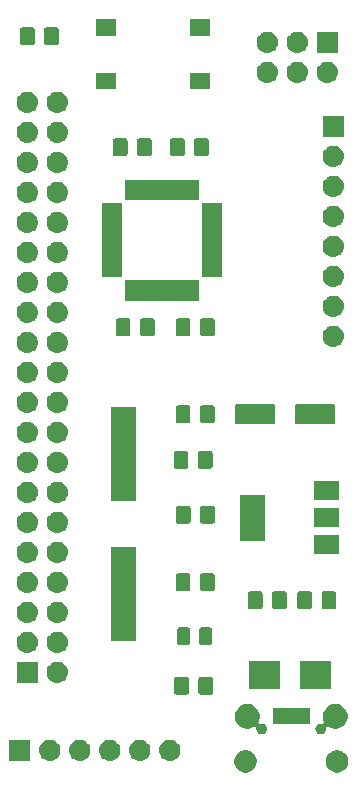
<source format=gbr>
G04 #@! TF.GenerationSoftware,KiCad,Pcbnew,(5.0.2-5-10.14)*
G04 #@! TF.CreationDate,2019-03-09T09:48:24+01:00*
G04 #@! TF.ProjectId,myduino,6d796475-696e-46f2-9e6b-696361645f70,rev?*
G04 #@! TF.SameCoordinates,Original*
G04 #@! TF.FileFunction,Soldermask,Top*
G04 #@! TF.FilePolarity,Negative*
%FSLAX46Y46*%
G04 Gerber Fmt 4.6, Leading zero omitted, Abs format (unit mm)*
G04 Created by KiCad (PCBNEW (5.0.2-5-10.14)) date 2019 March 09, Saturday 09:48:24*
%MOMM*%
%LPD*%
G01*
G04 APERTURE LIST*
%ADD10C,0.100000*%
G04 APERTURE END LIST*
D10*
G36*
X158584396Y-147339546D02*
X158757466Y-147411234D01*
X158913230Y-147515312D01*
X159045688Y-147647770D01*
X159149766Y-147803534D01*
X159221454Y-147976604D01*
X159258000Y-148160333D01*
X159258000Y-148347667D01*
X159221454Y-148531396D01*
X159149766Y-148704466D01*
X159045688Y-148860230D01*
X158913230Y-148992688D01*
X158757466Y-149096766D01*
X158584396Y-149168454D01*
X158400667Y-149205000D01*
X158213333Y-149205000D01*
X158029604Y-149168454D01*
X157856534Y-149096766D01*
X157700770Y-148992688D01*
X157568312Y-148860230D01*
X157464234Y-148704466D01*
X157392546Y-148531396D01*
X157356000Y-148347667D01*
X157356000Y-148160333D01*
X157392546Y-147976604D01*
X157464234Y-147803534D01*
X157568312Y-147647770D01*
X157700770Y-147515312D01*
X157856534Y-147411234D01*
X158029604Y-147339546D01*
X158213333Y-147303000D01*
X158400667Y-147303000D01*
X158584396Y-147339546D01*
X158584396Y-147339546D01*
G37*
G36*
X150834396Y-147339546D02*
X151007466Y-147411234D01*
X151163230Y-147515312D01*
X151295688Y-147647770D01*
X151399766Y-147803534D01*
X151471454Y-147976604D01*
X151508000Y-148160333D01*
X151508000Y-148347667D01*
X151471454Y-148531396D01*
X151399766Y-148704466D01*
X151295688Y-148860230D01*
X151163230Y-148992688D01*
X151007466Y-149096766D01*
X150834396Y-149168454D01*
X150650667Y-149205000D01*
X150463333Y-149205000D01*
X150279604Y-149168454D01*
X150106534Y-149096766D01*
X149950770Y-148992688D01*
X149818312Y-148860230D01*
X149714234Y-148704466D01*
X149642546Y-148531396D01*
X149606000Y-148347667D01*
X149606000Y-148160333D01*
X149642546Y-147976604D01*
X149714234Y-147803534D01*
X149818312Y-147647770D01*
X149950770Y-147515312D01*
X150106534Y-147411234D01*
X150279604Y-147339546D01*
X150463333Y-147303000D01*
X150650667Y-147303000D01*
X150834396Y-147339546D01*
X150834396Y-147339546D01*
G37*
G36*
X144255442Y-146425518D02*
X144321627Y-146432037D01*
X144434853Y-146466384D01*
X144491467Y-146483557D01*
X144630087Y-146557652D01*
X144647991Y-146567222D01*
X144683729Y-146596552D01*
X144785186Y-146679814D01*
X144868448Y-146781271D01*
X144897778Y-146817009D01*
X144897779Y-146817011D01*
X144981443Y-146973533D01*
X144981443Y-146973534D01*
X145032963Y-147143373D01*
X145050359Y-147320000D01*
X145032963Y-147496627D01*
X144998616Y-147609853D01*
X144981443Y-147666467D01*
X144908179Y-147803533D01*
X144897778Y-147822991D01*
X144868448Y-147858729D01*
X144785186Y-147960186D01*
X144683729Y-148043448D01*
X144647991Y-148072778D01*
X144647989Y-148072779D01*
X144491467Y-148156443D01*
X144434853Y-148173616D01*
X144321627Y-148207963D01*
X144255442Y-148214482D01*
X144189260Y-148221000D01*
X144100740Y-148221000D01*
X144034558Y-148214482D01*
X143968373Y-148207963D01*
X143855147Y-148173616D01*
X143798533Y-148156443D01*
X143642011Y-148072779D01*
X143642009Y-148072778D01*
X143606271Y-148043448D01*
X143504814Y-147960186D01*
X143421552Y-147858729D01*
X143392222Y-147822991D01*
X143381821Y-147803533D01*
X143308557Y-147666467D01*
X143291384Y-147609853D01*
X143257037Y-147496627D01*
X143239641Y-147320000D01*
X143257037Y-147143373D01*
X143308557Y-146973534D01*
X143308557Y-146973533D01*
X143392221Y-146817011D01*
X143392222Y-146817009D01*
X143421552Y-146781271D01*
X143504814Y-146679814D01*
X143606271Y-146596552D01*
X143642009Y-146567222D01*
X143659913Y-146557652D01*
X143798533Y-146483557D01*
X143855147Y-146466384D01*
X143968373Y-146432037D01*
X144034558Y-146425518D01*
X144100740Y-146419000D01*
X144189260Y-146419000D01*
X144255442Y-146425518D01*
X144255442Y-146425518D01*
G37*
G36*
X141715442Y-146425518D02*
X141781627Y-146432037D01*
X141894853Y-146466384D01*
X141951467Y-146483557D01*
X142090087Y-146557652D01*
X142107991Y-146567222D01*
X142143729Y-146596552D01*
X142245186Y-146679814D01*
X142328448Y-146781271D01*
X142357778Y-146817009D01*
X142357779Y-146817011D01*
X142441443Y-146973533D01*
X142441443Y-146973534D01*
X142492963Y-147143373D01*
X142510359Y-147320000D01*
X142492963Y-147496627D01*
X142458616Y-147609853D01*
X142441443Y-147666467D01*
X142368179Y-147803533D01*
X142357778Y-147822991D01*
X142328448Y-147858729D01*
X142245186Y-147960186D01*
X142143729Y-148043448D01*
X142107991Y-148072778D01*
X142107989Y-148072779D01*
X141951467Y-148156443D01*
X141894853Y-148173616D01*
X141781627Y-148207963D01*
X141715442Y-148214482D01*
X141649260Y-148221000D01*
X141560740Y-148221000D01*
X141494558Y-148214482D01*
X141428373Y-148207963D01*
X141315147Y-148173616D01*
X141258533Y-148156443D01*
X141102011Y-148072779D01*
X141102009Y-148072778D01*
X141066271Y-148043448D01*
X140964814Y-147960186D01*
X140881552Y-147858729D01*
X140852222Y-147822991D01*
X140841821Y-147803533D01*
X140768557Y-147666467D01*
X140751384Y-147609853D01*
X140717037Y-147496627D01*
X140699641Y-147320000D01*
X140717037Y-147143373D01*
X140768557Y-146973534D01*
X140768557Y-146973533D01*
X140852221Y-146817011D01*
X140852222Y-146817009D01*
X140881552Y-146781271D01*
X140964814Y-146679814D01*
X141066271Y-146596552D01*
X141102009Y-146567222D01*
X141119913Y-146557652D01*
X141258533Y-146483557D01*
X141315147Y-146466384D01*
X141428373Y-146432037D01*
X141494558Y-146425518D01*
X141560740Y-146419000D01*
X141649260Y-146419000D01*
X141715442Y-146425518D01*
X141715442Y-146425518D01*
G37*
G36*
X139175442Y-146425518D02*
X139241627Y-146432037D01*
X139354853Y-146466384D01*
X139411467Y-146483557D01*
X139550087Y-146557652D01*
X139567991Y-146567222D01*
X139603729Y-146596552D01*
X139705186Y-146679814D01*
X139788448Y-146781271D01*
X139817778Y-146817009D01*
X139817779Y-146817011D01*
X139901443Y-146973533D01*
X139901443Y-146973534D01*
X139952963Y-147143373D01*
X139970359Y-147320000D01*
X139952963Y-147496627D01*
X139918616Y-147609853D01*
X139901443Y-147666467D01*
X139828179Y-147803533D01*
X139817778Y-147822991D01*
X139788448Y-147858729D01*
X139705186Y-147960186D01*
X139603729Y-148043448D01*
X139567991Y-148072778D01*
X139567989Y-148072779D01*
X139411467Y-148156443D01*
X139354853Y-148173616D01*
X139241627Y-148207963D01*
X139175442Y-148214482D01*
X139109260Y-148221000D01*
X139020740Y-148221000D01*
X138954558Y-148214482D01*
X138888373Y-148207963D01*
X138775147Y-148173616D01*
X138718533Y-148156443D01*
X138562011Y-148072779D01*
X138562009Y-148072778D01*
X138526271Y-148043448D01*
X138424814Y-147960186D01*
X138341552Y-147858729D01*
X138312222Y-147822991D01*
X138301821Y-147803533D01*
X138228557Y-147666467D01*
X138211384Y-147609853D01*
X138177037Y-147496627D01*
X138159641Y-147320000D01*
X138177037Y-147143373D01*
X138228557Y-146973534D01*
X138228557Y-146973533D01*
X138312221Y-146817011D01*
X138312222Y-146817009D01*
X138341552Y-146781271D01*
X138424814Y-146679814D01*
X138526271Y-146596552D01*
X138562009Y-146567222D01*
X138579913Y-146557652D01*
X138718533Y-146483557D01*
X138775147Y-146466384D01*
X138888373Y-146432037D01*
X138954558Y-146425518D01*
X139020740Y-146419000D01*
X139109260Y-146419000D01*
X139175442Y-146425518D01*
X139175442Y-146425518D01*
G37*
G36*
X136635442Y-146425518D02*
X136701627Y-146432037D01*
X136814853Y-146466384D01*
X136871467Y-146483557D01*
X137010087Y-146557652D01*
X137027991Y-146567222D01*
X137063729Y-146596552D01*
X137165186Y-146679814D01*
X137248448Y-146781271D01*
X137277778Y-146817009D01*
X137277779Y-146817011D01*
X137361443Y-146973533D01*
X137361443Y-146973534D01*
X137412963Y-147143373D01*
X137430359Y-147320000D01*
X137412963Y-147496627D01*
X137378616Y-147609853D01*
X137361443Y-147666467D01*
X137288179Y-147803533D01*
X137277778Y-147822991D01*
X137248448Y-147858729D01*
X137165186Y-147960186D01*
X137063729Y-148043448D01*
X137027991Y-148072778D01*
X137027989Y-148072779D01*
X136871467Y-148156443D01*
X136814853Y-148173616D01*
X136701627Y-148207963D01*
X136635442Y-148214482D01*
X136569260Y-148221000D01*
X136480740Y-148221000D01*
X136414558Y-148214482D01*
X136348373Y-148207963D01*
X136235147Y-148173616D01*
X136178533Y-148156443D01*
X136022011Y-148072779D01*
X136022009Y-148072778D01*
X135986271Y-148043448D01*
X135884814Y-147960186D01*
X135801552Y-147858729D01*
X135772222Y-147822991D01*
X135761821Y-147803533D01*
X135688557Y-147666467D01*
X135671384Y-147609853D01*
X135637037Y-147496627D01*
X135619641Y-147320000D01*
X135637037Y-147143373D01*
X135688557Y-146973534D01*
X135688557Y-146973533D01*
X135772221Y-146817011D01*
X135772222Y-146817009D01*
X135801552Y-146781271D01*
X135884814Y-146679814D01*
X135986271Y-146596552D01*
X136022009Y-146567222D01*
X136039913Y-146557652D01*
X136178533Y-146483557D01*
X136235147Y-146466384D01*
X136348373Y-146432037D01*
X136414558Y-146425518D01*
X136480740Y-146419000D01*
X136569260Y-146419000D01*
X136635442Y-146425518D01*
X136635442Y-146425518D01*
G37*
G36*
X134095442Y-146425518D02*
X134161627Y-146432037D01*
X134274853Y-146466384D01*
X134331467Y-146483557D01*
X134470087Y-146557652D01*
X134487991Y-146567222D01*
X134523729Y-146596552D01*
X134625186Y-146679814D01*
X134708448Y-146781271D01*
X134737778Y-146817009D01*
X134737779Y-146817011D01*
X134821443Y-146973533D01*
X134821443Y-146973534D01*
X134872963Y-147143373D01*
X134890359Y-147320000D01*
X134872963Y-147496627D01*
X134838616Y-147609853D01*
X134821443Y-147666467D01*
X134748179Y-147803533D01*
X134737778Y-147822991D01*
X134708448Y-147858729D01*
X134625186Y-147960186D01*
X134523729Y-148043448D01*
X134487991Y-148072778D01*
X134487989Y-148072779D01*
X134331467Y-148156443D01*
X134274853Y-148173616D01*
X134161627Y-148207963D01*
X134095442Y-148214482D01*
X134029260Y-148221000D01*
X133940740Y-148221000D01*
X133874558Y-148214482D01*
X133808373Y-148207963D01*
X133695147Y-148173616D01*
X133638533Y-148156443D01*
X133482011Y-148072779D01*
X133482009Y-148072778D01*
X133446271Y-148043448D01*
X133344814Y-147960186D01*
X133261552Y-147858729D01*
X133232222Y-147822991D01*
X133221821Y-147803533D01*
X133148557Y-147666467D01*
X133131384Y-147609853D01*
X133097037Y-147496627D01*
X133079641Y-147320000D01*
X133097037Y-147143373D01*
X133148557Y-146973534D01*
X133148557Y-146973533D01*
X133232221Y-146817011D01*
X133232222Y-146817009D01*
X133261552Y-146781271D01*
X133344814Y-146679814D01*
X133446271Y-146596552D01*
X133482009Y-146567222D01*
X133499913Y-146557652D01*
X133638533Y-146483557D01*
X133695147Y-146466384D01*
X133808373Y-146432037D01*
X133874558Y-146425518D01*
X133940740Y-146419000D01*
X134029260Y-146419000D01*
X134095442Y-146425518D01*
X134095442Y-146425518D01*
G37*
G36*
X132346000Y-148221000D02*
X130544000Y-148221000D01*
X130544000Y-146419000D01*
X132346000Y-146419000D01*
X132346000Y-148221000D01*
X132346000Y-148221000D01*
G37*
G36*
X158463565Y-143443389D02*
X158654834Y-143522615D01*
X158826976Y-143637637D01*
X158973363Y-143784024D01*
X159088385Y-143956166D01*
X159167611Y-144147435D01*
X159208000Y-144350484D01*
X159208000Y-144557516D01*
X159167611Y-144760565D01*
X159088385Y-144951834D01*
X158973363Y-145123976D01*
X158826976Y-145270363D01*
X158654834Y-145385385D01*
X158463565Y-145464611D01*
X158260516Y-145505000D01*
X158053484Y-145505000D01*
X157850435Y-145464611D01*
X157659166Y-145385385D01*
X157574566Y-145328857D01*
X157552956Y-145317306D01*
X157529507Y-145310193D01*
X157505120Y-145307791D01*
X157480734Y-145310193D01*
X157457285Y-145317306D01*
X157435674Y-145328857D01*
X157416732Y-145344402D01*
X157401186Y-145363345D01*
X157389635Y-145384955D01*
X157382522Y-145408404D01*
X157380120Y-145432791D01*
X157382522Y-145457178D01*
X157383000Y-145459581D01*
X157383000Y-145548421D01*
X157365669Y-145635552D01*
X157331673Y-145717625D01*
X157331671Y-145717629D01*
X157282314Y-145791496D01*
X157282311Y-145791500D01*
X157219500Y-145854311D01*
X157219497Y-145854313D01*
X157219496Y-145854314D01*
X157145629Y-145903671D01*
X157145626Y-145903672D01*
X157145625Y-145903673D01*
X157063552Y-145937669D01*
X156976421Y-145955000D01*
X156887579Y-145955000D01*
X156800448Y-145937669D01*
X156718375Y-145903673D01*
X156718374Y-145903672D01*
X156718371Y-145903671D01*
X156644504Y-145854314D01*
X156644503Y-145854313D01*
X156644500Y-145854311D01*
X156581689Y-145791500D01*
X156581686Y-145791496D01*
X156532329Y-145717629D01*
X156532327Y-145717625D01*
X156498331Y-145635552D01*
X156481000Y-145548421D01*
X156481000Y-145459579D01*
X156498331Y-145372448D01*
X156532327Y-145290375D01*
X156532328Y-145290374D01*
X156532329Y-145290371D01*
X156581686Y-145216504D01*
X156581687Y-145216503D01*
X156581689Y-145216500D01*
X156644500Y-145153689D01*
X156688968Y-145123976D01*
X156718371Y-145104329D01*
X156718374Y-145104328D01*
X156718375Y-145104327D01*
X156800448Y-145070331D01*
X156887579Y-145053000D01*
X156976422Y-145053000D01*
X157064293Y-145070478D01*
X157088679Y-145072880D01*
X157113065Y-145070478D01*
X157136514Y-145063365D01*
X157158125Y-145051813D01*
X157177067Y-145036268D01*
X157192612Y-145017326D01*
X157204163Y-144995715D01*
X157211276Y-144972265D01*
X157213678Y-144947879D01*
X157211276Y-144923493D01*
X157204163Y-144900045D01*
X157146389Y-144760566D01*
X157106000Y-144557516D01*
X157106000Y-144350484D01*
X157146389Y-144147435D01*
X157225615Y-143956166D01*
X157340637Y-143784024D01*
X157487024Y-143637637D01*
X157659166Y-143522615D01*
X157850435Y-143443389D01*
X158053484Y-143403000D01*
X158260516Y-143403000D01*
X158463565Y-143443389D01*
X158463565Y-143443389D01*
G37*
G36*
X151013565Y-143443389D02*
X151204834Y-143522615D01*
X151376976Y-143637637D01*
X151523363Y-143784024D01*
X151638385Y-143956166D01*
X151717611Y-144147435D01*
X151758000Y-144350484D01*
X151758000Y-144557516D01*
X151717611Y-144760566D01*
X151659837Y-144900045D01*
X151652724Y-144923494D01*
X151650322Y-144947880D01*
X151652724Y-144972267D01*
X151659837Y-144995716D01*
X151671388Y-145017326D01*
X151686934Y-145036269D01*
X151705876Y-145051814D01*
X151727487Y-145063365D01*
X151750936Y-145070478D01*
X151775322Y-145072880D01*
X151799707Y-145070478D01*
X151887578Y-145053000D01*
X151976421Y-145053000D01*
X152063552Y-145070331D01*
X152145625Y-145104327D01*
X152145626Y-145104328D01*
X152145629Y-145104329D01*
X152175032Y-145123976D01*
X152219500Y-145153689D01*
X152282311Y-145216500D01*
X152282313Y-145216503D01*
X152282314Y-145216504D01*
X152331671Y-145290371D01*
X152331672Y-145290374D01*
X152331673Y-145290375D01*
X152365669Y-145372448D01*
X152383000Y-145459579D01*
X152383000Y-145548421D01*
X152365669Y-145635552D01*
X152331673Y-145717625D01*
X152331671Y-145717629D01*
X152282314Y-145791496D01*
X152282311Y-145791500D01*
X152219500Y-145854311D01*
X152219497Y-145854313D01*
X152219496Y-145854314D01*
X152145629Y-145903671D01*
X152145626Y-145903672D01*
X152145625Y-145903673D01*
X152063552Y-145937669D01*
X151976421Y-145955000D01*
X151887579Y-145955000D01*
X151800448Y-145937669D01*
X151718375Y-145903673D01*
X151718374Y-145903672D01*
X151718371Y-145903671D01*
X151644504Y-145854314D01*
X151644503Y-145854313D01*
X151644500Y-145854311D01*
X151581689Y-145791500D01*
X151581686Y-145791496D01*
X151532329Y-145717629D01*
X151532327Y-145717625D01*
X151498331Y-145635552D01*
X151481000Y-145548421D01*
X151481000Y-145459581D01*
X151481478Y-145457178D01*
X151483880Y-145432792D01*
X151481478Y-145408406D01*
X151474365Y-145384957D01*
X151462814Y-145363346D01*
X151447269Y-145344404D01*
X151428327Y-145328858D01*
X151406717Y-145317307D01*
X151383267Y-145310193D01*
X151358881Y-145307791D01*
X151334495Y-145310193D01*
X151311046Y-145317306D01*
X151289434Y-145328857D01*
X151204834Y-145385385D01*
X151013565Y-145464611D01*
X150810516Y-145505000D01*
X150603484Y-145505000D01*
X150400435Y-145464611D01*
X150209166Y-145385385D01*
X150037024Y-145270363D01*
X149890637Y-145123976D01*
X149775615Y-144951834D01*
X149696389Y-144760565D01*
X149656000Y-144557516D01*
X149656000Y-144350484D01*
X149696389Y-144147435D01*
X149775615Y-143956166D01*
X149890637Y-143784024D01*
X150037024Y-143637637D01*
X150209166Y-143522615D01*
X150400435Y-143443389D01*
X150603484Y-143403000D01*
X150810516Y-143403000D01*
X151013565Y-143443389D01*
X151013565Y-143443389D01*
G37*
G36*
X156008000Y-145105000D02*
X152856000Y-145105000D01*
X152856000Y-143703000D01*
X156008000Y-143703000D01*
X156008000Y-145105000D01*
X156008000Y-145105000D01*
G37*
G36*
X147656677Y-141112465D02*
X147694364Y-141123898D01*
X147729103Y-141142466D01*
X147759548Y-141167452D01*
X147784534Y-141197897D01*
X147803102Y-141232636D01*
X147814535Y-141270323D01*
X147819000Y-141315661D01*
X147819000Y-142402339D01*
X147814535Y-142447677D01*
X147803102Y-142485364D01*
X147784534Y-142520103D01*
X147759548Y-142550548D01*
X147729103Y-142575534D01*
X147694364Y-142594102D01*
X147656677Y-142605535D01*
X147611339Y-142610000D01*
X146774661Y-142610000D01*
X146729323Y-142605535D01*
X146691636Y-142594102D01*
X146656897Y-142575534D01*
X146626452Y-142550548D01*
X146601466Y-142520103D01*
X146582898Y-142485364D01*
X146571465Y-142447677D01*
X146567000Y-142402339D01*
X146567000Y-141315661D01*
X146571465Y-141270323D01*
X146582898Y-141232636D01*
X146601466Y-141197897D01*
X146626452Y-141167452D01*
X146656897Y-141142466D01*
X146691636Y-141123898D01*
X146729323Y-141112465D01*
X146774661Y-141108000D01*
X147611339Y-141108000D01*
X147656677Y-141112465D01*
X147656677Y-141112465D01*
G37*
G36*
X145606677Y-141112465D02*
X145644364Y-141123898D01*
X145679103Y-141142466D01*
X145709548Y-141167452D01*
X145734534Y-141197897D01*
X145753102Y-141232636D01*
X145764535Y-141270323D01*
X145769000Y-141315661D01*
X145769000Y-142402339D01*
X145764535Y-142447677D01*
X145753102Y-142485364D01*
X145734534Y-142520103D01*
X145709548Y-142550548D01*
X145679103Y-142575534D01*
X145644364Y-142594102D01*
X145606677Y-142605535D01*
X145561339Y-142610000D01*
X144724661Y-142610000D01*
X144679323Y-142605535D01*
X144641636Y-142594102D01*
X144606897Y-142575534D01*
X144576452Y-142550548D01*
X144551466Y-142520103D01*
X144532898Y-142485364D01*
X144521465Y-142447677D01*
X144517000Y-142402339D01*
X144517000Y-141315661D01*
X144521465Y-141270323D01*
X144532898Y-141232636D01*
X144551466Y-141197897D01*
X144576452Y-141167452D01*
X144606897Y-141142466D01*
X144641636Y-141123898D01*
X144679323Y-141112465D01*
X144724661Y-141108000D01*
X145561339Y-141108000D01*
X145606677Y-141112465D01*
X145606677Y-141112465D01*
G37*
G36*
X157756000Y-142171000D02*
X155154000Y-142171000D01*
X155154000Y-139769000D01*
X157756000Y-139769000D01*
X157756000Y-142171000D01*
X157756000Y-142171000D01*
G37*
G36*
X153456000Y-142171000D02*
X150854000Y-142171000D01*
X150854000Y-139769000D01*
X153456000Y-139769000D01*
X153456000Y-142171000D01*
X153456000Y-142171000D01*
G37*
G36*
X134730443Y-139821519D02*
X134796627Y-139828037D01*
X134909853Y-139862384D01*
X134966467Y-139879557D01*
X135105087Y-139953652D01*
X135122991Y-139963222D01*
X135158729Y-139992552D01*
X135260186Y-140075814D01*
X135343448Y-140177271D01*
X135372778Y-140213009D01*
X135372779Y-140213011D01*
X135456443Y-140369533D01*
X135456443Y-140369534D01*
X135507963Y-140539373D01*
X135525359Y-140716000D01*
X135507963Y-140892627D01*
X135473616Y-141005853D01*
X135456443Y-141062467D01*
X135389494Y-141187718D01*
X135372778Y-141218991D01*
X135343448Y-141254729D01*
X135260186Y-141356186D01*
X135158729Y-141439448D01*
X135122991Y-141468778D01*
X135122989Y-141468779D01*
X134966467Y-141552443D01*
X134909853Y-141569616D01*
X134796627Y-141603963D01*
X134730443Y-141610481D01*
X134664260Y-141617000D01*
X134575740Y-141617000D01*
X134509557Y-141610481D01*
X134443373Y-141603963D01*
X134330147Y-141569616D01*
X134273533Y-141552443D01*
X134117011Y-141468779D01*
X134117009Y-141468778D01*
X134081271Y-141439448D01*
X133979814Y-141356186D01*
X133896552Y-141254729D01*
X133867222Y-141218991D01*
X133850506Y-141187718D01*
X133783557Y-141062467D01*
X133766384Y-141005853D01*
X133732037Y-140892627D01*
X133714641Y-140716000D01*
X133732037Y-140539373D01*
X133783557Y-140369534D01*
X133783557Y-140369533D01*
X133867221Y-140213011D01*
X133867222Y-140213009D01*
X133896552Y-140177271D01*
X133979814Y-140075814D01*
X134081271Y-139992552D01*
X134117009Y-139963222D01*
X134134913Y-139953652D01*
X134273533Y-139879557D01*
X134330147Y-139862384D01*
X134443373Y-139828037D01*
X134509557Y-139821519D01*
X134575740Y-139815000D01*
X134664260Y-139815000D01*
X134730443Y-139821519D01*
X134730443Y-139821519D01*
G37*
G36*
X132981000Y-141617000D02*
X131179000Y-141617000D01*
X131179000Y-139815000D01*
X132981000Y-139815000D01*
X132981000Y-141617000D01*
X132981000Y-141617000D01*
G37*
G36*
X134730442Y-137281518D02*
X134796627Y-137288037D01*
X134909853Y-137322384D01*
X134966467Y-137339557D01*
X135105087Y-137413652D01*
X135122991Y-137423222D01*
X135158729Y-137452552D01*
X135260186Y-137535814D01*
X135343448Y-137637271D01*
X135372778Y-137673009D01*
X135372779Y-137673011D01*
X135456443Y-137829533D01*
X135456443Y-137829534D01*
X135507963Y-137999373D01*
X135525359Y-138176000D01*
X135507963Y-138352627D01*
X135489214Y-138414435D01*
X135456443Y-138522467D01*
X135382348Y-138661087D01*
X135372778Y-138678991D01*
X135343448Y-138714729D01*
X135260186Y-138816186D01*
X135158729Y-138899448D01*
X135122991Y-138928778D01*
X135122989Y-138928779D01*
X134966467Y-139012443D01*
X134909853Y-139029616D01*
X134796627Y-139063963D01*
X134730442Y-139070482D01*
X134664260Y-139077000D01*
X134575740Y-139077000D01*
X134509558Y-139070482D01*
X134443373Y-139063963D01*
X134330147Y-139029616D01*
X134273533Y-139012443D01*
X134117011Y-138928779D01*
X134117009Y-138928778D01*
X134081271Y-138899448D01*
X133979814Y-138816186D01*
X133896552Y-138714729D01*
X133867222Y-138678991D01*
X133857652Y-138661087D01*
X133783557Y-138522467D01*
X133750786Y-138414435D01*
X133732037Y-138352627D01*
X133714641Y-138176000D01*
X133732037Y-137999373D01*
X133783557Y-137829534D01*
X133783557Y-137829533D01*
X133867221Y-137673011D01*
X133867222Y-137673009D01*
X133896552Y-137637271D01*
X133979814Y-137535814D01*
X134081271Y-137452552D01*
X134117009Y-137423222D01*
X134134913Y-137413652D01*
X134273533Y-137339557D01*
X134330147Y-137322384D01*
X134443373Y-137288037D01*
X134509558Y-137281518D01*
X134575740Y-137275000D01*
X134664260Y-137275000D01*
X134730442Y-137281518D01*
X134730442Y-137281518D01*
G37*
G36*
X132190442Y-137281518D02*
X132256627Y-137288037D01*
X132369853Y-137322384D01*
X132426467Y-137339557D01*
X132565087Y-137413652D01*
X132582991Y-137423222D01*
X132618729Y-137452552D01*
X132720186Y-137535814D01*
X132803448Y-137637271D01*
X132832778Y-137673009D01*
X132832779Y-137673011D01*
X132916443Y-137829533D01*
X132916443Y-137829534D01*
X132967963Y-137999373D01*
X132985359Y-138176000D01*
X132967963Y-138352627D01*
X132949214Y-138414435D01*
X132916443Y-138522467D01*
X132842348Y-138661087D01*
X132832778Y-138678991D01*
X132803448Y-138714729D01*
X132720186Y-138816186D01*
X132618729Y-138899448D01*
X132582991Y-138928778D01*
X132582989Y-138928779D01*
X132426467Y-139012443D01*
X132369853Y-139029616D01*
X132256627Y-139063963D01*
X132190442Y-139070482D01*
X132124260Y-139077000D01*
X132035740Y-139077000D01*
X131969558Y-139070482D01*
X131903373Y-139063963D01*
X131790147Y-139029616D01*
X131733533Y-139012443D01*
X131577011Y-138928779D01*
X131577009Y-138928778D01*
X131541271Y-138899448D01*
X131439814Y-138816186D01*
X131356552Y-138714729D01*
X131327222Y-138678991D01*
X131317652Y-138661087D01*
X131243557Y-138522467D01*
X131210786Y-138414435D01*
X131192037Y-138352627D01*
X131174641Y-138176000D01*
X131192037Y-137999373D01*
X131243557Y-137829534D01*
X131243557Y-137829533D01*
X131327221Y-137673011D01*
X131327222Y-137673009D01*
X131356552Y-137637271D01*
X131439814Y-137535814D01*
X131541271Y-137452552D01*
X131577009Y-137423222D01*
X131594913Y-137413652D01*
X131733533Y-137339557D01*
X131790147Y-137322384D01*
X131903373Y-137288037D01*
X131969558Y-137281518D01*
X132035740Y-137275000D01*
X132124260Y-137275000D01*
X132190442Y-137281518D01*
X132190442Y-137281518D01*
G37*
G36*
X147564966Y-136921565D02*
X147603637Y-136933296D01*
X147639279Y-136952348D01*
X147670517Y-136977983D01*
X147696152Y-137009221D01*
X147715204Y-137044863D01*
X147726935Y-137083534D01*
X147731500Y-137129888D01*
X147731500Y-138206112D01*
X147726935Y-138252466D01*
X147715204Y-138291137D01*
X147696152Y-138326779D01*
X147670517Y-138358017D01*
X147639279Y-138383652D01*
X147603637Y-138402704D01*
X147564966Y-138414435D01*
X147518612Y-138419000D01*
X146867388Y-138419000D01*
X146821034Y-138414435D01*
X146782363Y-138402704D01*
X146746721Y-138383652D01*
X146715483Y-138358017D01*
X146689848Y-138326779D01*
X146670796Y-138291137D01*
X146659065Y-138252466D01*
X146654500Y-138206112D01*
X146654500Y-137129888D01*
X146659065Y-137083534D01*
X146670796Y-137044863D01*
X146689848Y-137009221D01*
X146715483Y-136977983D01*
X146746721Y-136952348D01*
X146782363Y-136933296D01*
X146821034Y-136921565D01*
X146867388Y-136917000D01*
X147518612Y-136917000D01*
X147564966Y-136921565D01*
X147564966Y-136921565D01*
G37*
G36*
X145689966Y-136921565D02*
X145728637Y-136933296D01*
X145764279Y-136952348D01*
X145795517Y-136977983D01*
X145821152Y-137009221D01*
X145840204Y-137044863D01*
X145851935Y-137083534D01*
X145856500Y-137129888D01*
X145856500Y-138206112D01*
X145851935Y-138252466D01*
X145840204Y-138291137D01*
X145821152Y-138326779D01*
X145795517Y-138358017D01*
X145764279Y-138383652D01*
X145728637Y-138402704D01*
X145689966Y-138414435D01*
X145643612Y-138419000D01*
X144992388Y-138419000D01*
X144946034Y-138414435D01*
X144907363Y-138402704D01*
X144871721Y-138383652D01*
X144840483Y-138358017D01*
X144814848Y-138326779D01*
X144795796Y-138291137D01*
X144784065Y-138252466D01*
X144779500Y-138206112D01*
X144779500Y-137129888D01*
X144784065Y-137083534D01*
X144795796Y-137044863D01*
X144814848Y-137009221D01*
X144840483Y-136977983D01*
X144871721Y-136952348D01*
X144907363Y-136933296D01*
X144946034Y-136921565D01*
X144992388Y-136917000D01*
X145643612Y-136917000D01*
X145689966Y-136921565D01*
X145689966Y-136921565D01*
G37*
G36*
X141259000Y-138100500D02*
X139157000Y-138100500D01*
X139157000Y-130123500D01*
X141259000Y-130123500D01*
X141259000Y-138100500D01*
X141259000Y-138100500D01*
G37*
G36*
X134730442Y-134741518D02*
X134796627Y-134748037D01*
X134909853Y-134782384D01*
X134966467Y-134799557D01*
X135105087Y-134873652D01*
X135122991Y-134883222D01*
X135158729Y-134912552D01*
X135260186Y-134995814D01*
X135343448Y-135097271D01*
X135372778Y-135133009D01*
X135372779Y-135133011D01*
X135456443Y-135289533D01*
X135463121Y-135311548D01*
X135507963Y-135459373D01*
X135525359Y-135636000D01*
X135507963Y-135812627D01*
X135473616Y-135925853D01*
X135456443Y-135982467D01*
X135382348Y-136121087D01*
X135372778Y-136138991D01*
X135343448Y-136174729D01*
X135260186Y-136276186D01*
X135158729Y-136359448D01*
X135122991Y-136388778D01*
X135122989Y-136388779D01*
X134966467Y-136472443D01*
X134909853Y-136489616D01*
X134796627Y-136523963D01*
X134730443Y-136530481D01*
X134664260Y-136537000D01*
X134575740Y-136537000D01*
X134509557Y-136530481D01*
X134443373Y-136523963D01*
X134330147Y-136489616D01*
X134273533Y-136472443D01*
X134117011Y-136388779D01*
X134117009Y-136388778D01*
X134081271Y-136359448D01*
X133979814Y-136276186D01*
X133896552Y-136174729D01*
X133867222Y-136138991D01*
X133857652Y-136121087D01*
X133783557Y-135982467D01*
X133766384Y-135925853D01*
X133732037Y-135812627D01*
X133714641Y-135636000D01*
X133732037Y-135459373D01*
X133776879Y-135311548D01*
X133783557Y-135289533D01*
X133867221Y-135133011D01*
X133867222Y-135133009D01*
X133896552Y-135097271D01*
X133979814Y-134995814D01*
X134081271Y-134912552D01*
X134117009Y-134883222D01*
X134134913Y-134873652D01*
X134273533Y-134799557D01*
X134330147Y-134782384D01*
X134443373Y-134748037D01*
X134509558Y-134741518D01*
X134575740Y-134735000D01*
X134664260Y-134735000D01*
X134730442Y-134741518D01*
X134730442Y-134741518D01*
G37*
G36*
X132190442Y-134741518D02*
X132256627Y-134748037D01*
X132369853Y-134782384D01*
X132426467Y-134799557D01*
X132565087Y-134873652D01*
X132582991Y-134883222D01*
X132618729Y-134912552D01*
X132720186Y-134995814D01*
X132803448Y-135097271D01*
X132832778Y-135133009D01*
X132832779Y-135133011D01*
X132916443Y-135289533D01*
X132923121Y-135311548D01*
X132967963Y-135459373D01*
X132985359Y-135636000D01*
X132967963Y-135812627D01*
X132933616Y-135925853D01*
X132916443Y-135982467D01*
X132842348Y-136121087D01*
X132832778Y-136138991D01*
X132803448Y-136174729D01*
X132720186Y-136276186D01*
X132618729Y-136359448D01*
X132582991Y-136388778D01*
X132582989Y-136388779D01*
X132426467Y-136472443D01*
X132369853Y-136489616D01*
X132256627Y-136523963D01*
X132190443Y-136530481D01*
X132124260Y-136537000D01*
X132035740Y-136537000D01*
X131969557Y-136530481D01*
X131903373Y-136523963D01*
X131790147Y-136489616D01*
X131733533Y-136472443D01*
X131577011Y-136388779D01*
X131577009Y-136388778D01*
X131541271Y-136359448D01*
X131439814Y-136276186D01*
X131356552Y-136174729D01*
X131327222Y-136138991D01*
X131317652Y-136121087D01*
X131243557Y-135982467D01*
X131226384Y-135925853D01*
X131192037Y-135812627D01*
X131174641Y-135636000D01*
X131192037Y-135459373D01*
X131236879Y-135311548D01*
X131243557Y-135289533D01*
X131327221Y-135133011D01*
X131327222Y-135133009D01*
X131356552Y-135097271D01*
X131439814Y-134995814D01*
X131541271Y-134912552D01*
X131577009Y-134883222D01*
X131594913Y-134873652D01*
X131733533Y-134799557D01*
X131790147Y-134782384D01*
X131903373Y-134748037D01*
X131969558Y-134741518D01*
X132035740Y-134735000D01*
X132124260Y-134735000D01*
X132190442Y-134741518D01*
X132190442Y-134741518D01*
G37*
G36*
X156038677Y-133873465D02*
X156076364Y-133884898D01*
X156111103Y-133903466D01*
X156141548Y-133928452D01*
X156166534Y-133958897D01*
X156185102Y-133993636D01*
X156196535Y-134031323D01*
X156201000Y-134076661D01*
X156201000Y-135163339D01*
X156196535Y-135208677D01*
X156185102Y-135246364D01*
X156166534Y-135281103D01*
X156141548Y-135311548D01*
X156111103Y-135336534D01*
X156076364Y-135355102D01*
X156038677Y-135366535D01*
X155993339Y-135371000D01*
X155156661Y-135371000D01*
X155111323Y-135366535D01*
X155073636Y-135355102D01*
X155038897Y-135336534D01*
X155008452Y-135311548D01*
X154983466Y-135281103D01*
X154964898Y-135246364D01*
X154953465Y-135208677D01*
X154949000Y-135163339D01*
X154949000Y-134076661D01*
X154953465Y-134031323D01*
X154964898Y-133993636D01*
X154983466Y-133958897D01*
X155008452Y-133928452D01*
X155038897Y-133903466D01*
X155073636Y-133884898D01*
X155111323Y-133873465D01*
X155156661Y-133869000D01*
X155993339Y-133869000D01*
X156038677Y-133873465D01*
X156038677Y-133873465D01*
G37*
G36*
X158088677Y-133873465D02*
X158126364Y-133884898D01*
X158161103Y-133903466D01*
X158191548Y-133928452D01*
X158216534Y-133958897D01*
X158235102Y-133993636D01*
X158246535Y-134031323D01*
X158251000Y-134076661D01*
X158251000Y-135163339D01*
X158246535Y-135208677D01*
X158235102Y-135246364D01*
X158216534Y-135281103D01*
X158191548Y-135311548D01*
X158161103Y-135336534D01*
X158126364Y-135355102D01*
X158088677Y-135366535D01*
X158043339Y-135371000D01*
X157206661Y-135371000D01*
X157161323Y-135366535D01*
X157123636Y-135355102D01*
X157088897Y-135336534D01*
X157058452Y-135311548D01*
X157033466Y-135281103D01*
X157014898Y-135246364D01*
X157003465Y-135208677D01*
X156999000Y-135163339D01*
X156999000Y-134076661D01*
X157003465Y-134031323D01*
X157014898Y-133993636D01*
X157033466Y-133958897D01*
X157058452Y-133928452D01*
X157088897Y-133903466D01*
X157123636Y-133884898D01*
X157161323Y-133873465D01*
X157206661Y-133869000D01*
X158043339Y-133869000D01*
X158088677Y-133873465D01*
X158088677Y-133873465D01*
G37*
G36*
X153888677Y-133873465D02*
X153926364Y-133884898D01*
X153961103Y-133903466D01*
X153991548Y-133928452D01*
X154016534Y-133958897D01*
X154035102Y-133993636D01*
X154046535Y-134031323D01*
X154051000Y-134076661D01*
X154051000Y-135163339D01*
X154046535Y-135208677D01*
X154035102Y-135246364D01*
X154016534Y-135281103D01*
X153991548Y-135311548D01*
X153961103Y-135336534D01*
X153926364Y-135355102D01*
X153888677Y-135366535D01*
X153843339Y-135371000D01*
X153006661Y-135371000D01*
X152961323Y-135366535D01*
X152923636Y-135355102D01*
X152888897Y-135336534D01*
X152858452Y-135311548D01*
X152833466Y-135281103D01*
X152814898Y-135246364D01*
X152803465Y-135208677D01*
X152799000Y-135163339D01*
X152799000Y-134076661D01*
X152803465Y-134031323D01*
X152814898Y-133993636D01*
X152833466Y-133958897D01*
X152858452Y-133928452D01*
X152888897Y-133903466D01*
X152923636Y-133884898D01*
X152961323Y-133873465D01*
X153006661Y-133869000D01*
X153843339Y-133869000D01*
X153888677Y-133873465D01*
X153888677Y-133873465D01*
G37*
G36*
X151838677Y-133873465D02*
X151876364Y-133884898D01*
X151911103Y-133903466D01*
X151941548Y-133928452D01*
X151966534Y-133958897D01*
X151985102Y-133993636D01*
X151996535Y-134031323D01*
X152001000Y-134076661D01*
X152001000Y-135163339D01*
X151996535Y-135208677D01*
X151985102Y-135246364D01*
X151966534Y-135281103D01*
X151941548Y-135311548D01*
X151911103Y-135336534D01*
X151876364Y-135355102D01*
X151838677Y-135366535D01*
X151793339Y-135371000D01*
X150956661Y-135371000D01*
X150911323Y-135366535D01*
X150873636Y-135355102D01*
X150838897Y-135336534D01*
X150808452Y-135311548D01*
X150783466Y-135281103D01*
X150764898Y-135246364D01*
X150753465Y-135208677D01*
X150749000Y-135163339D01*
X150749000Y-134076661D01*
X150753465Y-134031323D01*
X150764898Y-133993636D01*
X150783466Y-133958897D01*
X150808452Y-133928452D01*
X150838897Y-133903466D01*
X150873636Y-133884898D01*
X150911323Y-133873465D01*
X150956661Y-133869000D01*
X151793339Y-133869000D01*
X151838677Y-133873465D01*
X151838677Y-133873465D01*
G37*
G36*
X134730442Y-132201518D02*
X134796627Y-132208037D01*
X134909853Y-132242384D01*
X134966467Y-132259557D01*
X135105087Y-132333652D01*
X135122991Y-132343222D01*
X135131530Y-132350230D01*
X135260186Y-132455814D01*
X135339665Y-132552661D01*
X135372778Y-132593009D01*
X135372779Y-132593011D01*
X135456443Y-132749533D01*
X135456443Y-132749534D01*
X135507963Y-132919373D01*
X135525359Y-133096000D01*
X135507963Y-133272627D01*
X135473616Y-133385853D01*
X135456443Y-133442467D01*
X135385694Y-133574827D01*
X135372778Y-133598991D01*
X135349032Y-133627925D01*
X135260186Y-133736186D01*
X135181049Y-133801131D01*
X135122991Y-133848778D01*
X135122989Y-133848779D01*
X134966467Y-133932443D01*
X134912814Y-133948718D01*
X134796627Y-133983963D01*
X134735717Y-133989962D01*
X134664260Y-133997000D01*
X134575740Y-133997000D01*
X134504283Y-133989962D01*
X134443373Y-133983963D01*
X134327186Y-133948718D01*
X134273533Y-133932443D01*
X134117011Y-133848779D01*
X134117009Y-133848778D01*
X134058951Y-133801131D01*
X133979814Y-133736186D01*
X133890968Y-133627925D01*
X133867222Y-133598991D01*
X133854306Y-133574827D01*
X133783557Y-133442467D01*
X133766384Y-133385853D01*
X133732037Y-133272627D01*
X133714641Y-133096000D01*
X133732037Y-132919373D01*
X133783557Y-132749534D01*
X133783557Y-132749533D01*
X133867221Y-132593011D01*
X133867222Y-132593009D01*
X133900335Y-132552661D01*
X133979814Y-132455814D01*
X134108470Y-132350230D01*
X134117009Y-132343222D01*
X134134913Y-132333652D01*
X134273533Y-132259557D01*
X134330147Y-132242384D01*
X134443373Y-132208037D01*
X134509558Y-132201518D01*
X134575740Y-132195000D01*
X134664260Y-132195000D01*
X134730442Y-132201518D01*
X134730442Y-132201518D01*
G37*
G36*
X132190442Y-132201518D02*
X132256627Y-132208037D01*
X132369853Y-132242384D01*
X132426467Y-132259557D01*
X132565087Y-132333652D01*
X132582991Y-132343222D01*
X132591530Y-132350230D01*
X132720186Y-132455814D01*
X132799665Y-132552661D01*
X132832778Y-132593009D01*
X132832779Y-132593011D01*
X132916443Y-132749533D01*
X132916443Y-132749534D01*
X132967963Y-132919373D01*
X132985359Y-133096000D01*
X132967963Y-133272627D01*
X132933616Y-133385853D01*
X132916443Y-133442467D01*
X132845694Y-133574827D01*
X132832778Y-133598991D01*
X132809032Y-133627925D01*
X132720186Y-133736186D01*
X132641049Y-133801131D01*
X132582991Y-133848778D01*
X132582989Y-133848779D01*
X132426467Y-133932443D01*
X132372814Y-133948718D01*
X132256627Y-133983963D01*
X132195717Y-133989962D01*
X132124260Y-133997000D01*
X132035740Y-133997000D01*
X131964283Y-133989962D01*
X131903373Y-133983963D01*
X131787186Y-133948718D01*
X131733533Y-133932443D01*
X131577011Y-133848779D01*
X131577009Y-133848778D01*
X131518951Y-133801131D01*
X131439814Y-133736186D01*
X131350968Y-133627925D01*
X131327222Y-133598991D01*
X131314306Y-133574827D01*
X131243557Y-133442467D01*
X131226384Y-133385853D01*
X131192037Y-133272627D01*
X131174641Y-133096000D01*
X131192037Y-132919373D01*
X131243557Y-132749534D01*
X131243557Y-132749533D01*
X131327221Y-132593011D01*
X131327222Y-132593009D01*
X131360335Y-132552661D01*
X131439814Y-132455814D01*
X131568470Y-132350230D01*
X131577009Y-132343222D01*
X131594913Y-132333652D01*
X131733533Y-132259557D01*
X131790147Y-132242384D01*
X131903373Y-132208037D01*
X131969558Y-132201518D01*
X132035740Y-132195000D01*
X132124260Y-132195000D01*
X132190442Y-132201518D01*
X132190442Y-132201518D01*
G37*
G36*
X147783677Y-132349465D02*
X147821364Y-132360898D01*
X147856103Y-132379466D01*
X147886548Y-132404452D01*
X147911534Y-132434897D01*
X147930102Y-132469636D01*
X147941535Y-132507323D01*
X147946000Y-132552661D01*
X147946000Y-133639339D01*
X147941535Y-133684677D01*
X147930102Y-133722364D01*
X147911534Y-133757103D01*
X147886548Y-133787548D01*
X147856103Y-133812534D01*
X147821364Y-133831102D01*
X147783677Y-133842535D01*
X147738339Y-133847000D01*
X146901661Y-133847000D01*
X146856323Y-133842535D01*
X146818636Y-133831102D01*
X146783897Y-133812534D01*
X146753452Y-133787548D01*
X146728466Y-133757103D01*
X146709898Y-133722364D01*
X146698465Y-133684677D01*
X146694000Y-133639339D01*
X146694000Y-132552661D01*
X146698465Y-132507323D01*
X146709898Y-132469636D01*
X146728466Y-132434897D01*
X146753452Y-132404452D01*
X146783897Y-132379466D01*
X146818636Y-132360898D01*
X146856323Y-132349465D01*
X146901661Y-132345000D01*
X147738339Y-132345000D01*
X147783677Y-132349465D01*
X147783677Y-132349465D01*
G37*
G36*
X145733677Y-132349465D02*
X145771364Y-132360898D01*
X145806103Y-132379466D01*
X145836548Y-132404452D01*
X145861534Y-132434897D01*
X145880102Y-132469636D01*
X145891535Y-132507323D01*
X145896000Y-132552661D01*
X145896000Y-133639339D01*
X145891535Y-133684677D01*
X145880102Y-133722364D01*
X145861534Y-133757103D01*
X145836548Y-133787548D01*
X145806103Y-133812534D01*
X145771364Y-133831102D01*
X145733677Y-133842535D01*
X145688339Y-133847000D01*
X144851661Y-133847000D01*
X144806323Y-133842535D01*
X144768636Y-133831102D01*
X144733897Y-133812534D01*
X144703452Y-133787548D01*
X144678466Y-133757103D01*
X144659898Y-133722364D01*
X144648465Y-133684677D01*
X144644000Y-133639339D01*
X144644000Y-132552661D01*
X144648465Y-132507323D01*
X144659898Y-132469636D01*
X144678466Y-132434897D01*
X144703452Y-132404452D01*
X144733897Y-132379466D01*
X144768636Y-132360898D01*
X144806323Y-132349465D01*
X144851661Y-132345000D01*
X145688339Y-132345000D01*
X145733677Y-132349465D01*
X145733677Y-132349465D01*
G37*
G36*
X132190442Y-129661518D02*
X132256627Y-129668037D01*
X132369853Y-129702384D01*
X132426467Y-129719557D01*
X132565087Y-129793652D01*
X132582991Y-129803222D01*
X132618729Y-129832552D01*
X132720186Y-129915814D01*
X132803448Y-130017271D01*
X132832778Y-130053009D01*
X132832779Y-130053011D01*
X132916443Y-130209533D01*
X132916443Y-130209534D01*
X132967963Y-130379373D01*
X132985359Y-130556000D01*
X132967963Y-130732627D01*
X132933616Y-130845853D01*
X132916443Y-130902467D01*
X132842348Y-131041087D01*
X132832778Y-131058991D01*
X132803448Y-131094729D01*
X132720186Y-131196186D01*
X132618729Y-131279448D01*
X132582991Y-131308778D01*
X132582989Y-131308779D01*
X132426467Y-131392443D01*
X132369853Y-131409616D01*
X132256627Y-131443963D01*
X132190442Y-131450482D01*
X132124260Y-131457000D01*
X132035740Y-131457000D01*
X131969558Y-131450482D01*
X131903373Y-131443963D01*
X131790147Y-131409616D01*
X131733533Y-131392443D01*
X131577011Y-131308779D01*
X131577009Y-131308778D01*
X131541271Y-131279448D01*
X131439814Y-131196186D01*
X131356552Y-131094729D01*
X131327222Y-131058991D01*
X131317652Y-131041087D01*
X131243557Y-130902467D01*
X131226384Y-130845853D01*
X131192037Y-130732627D01*
X131174641Y-130556000D01*
X131192037Y-130379373D01*
X131243557Y-130209534D01*
X131243557Y-130209533D01*
X131327221Y-130053011D01*
X131327222Y-130053009D01*
X131356552Y-130017271D01*
X131439814Y-129915814D01*
X131541271Y-129832552D01*
X131577009Y-129803222D01*
X131594913Y-129793652D01*
X131733533Y-129719557D01*
X131790147Y-129702384D01*
X131903373Y-129668037D01*
X131969558Y-129661518D01*
X132035740Y-129655000D01*
X132124260Y-129655000D01*
X132190442Y-129661518D01*
X132190442Y-129661518D01*
G37*
G36*
X134730442Y-129661518D02*
X134796627Y-129668037D01*
X134909853Y-129702384D01*
X134966467Y-129719557D01*
X135105087Y-129793652D01*
X135122991Y-129803222D01*
X135158729Y-129832552D01*
X135260186Y-129915814D01*
X135343448Y-130017271D01*
X135372778Y-130053009D01*
X135372779Y-130053011D01*
X135456443Y-130209533D01*
X135456443Y-130209534D01*
X135507963Y-130379373D01*
X135525359Y-130556000D01*
X135507963Y-130732627D01*
X135473616Y-130845853D01*
X135456443Y-130902467D01*
X135382348Y-131041087D01*
X135372778Y-131058991D01*
X135343448Y-131094729D01*
X135260186Y-131196186D01*
X135158729Y-131279448D01*
X135122991Y-131308778D01*
X135122989Y-131308779D01*
X134966467Y-131392443D01*
X134909853Y-131409616D01*
X134796627Y-131443963D01*
X134730442Y-131450482D01*
X134664260Y-131457000D01*
X134575740Y-131457000D01*
X134509558Y-131450482D01*
X134443373Y-131443963D01*
X134330147Y-131409616D01*
X134273533Y-131392443D01*
X134117011Y-131308779D01*
X134117009Y-131308778D01*
X134081271Y-131279448D01*
X133979814Y-131196186D01*
X133896552Y-131094729D01*
X133867222Y-131058991D01*
X133857652Y-131041087D01*
X133783557Y-130902467D01*
X133766384Y-130845853D01*
X133732037Y-130732627D01*
X133714641Y-130556000D01*
X133732037Y-130379373D01*
X133783557Y-130209534D01*
X133783557Y-130209533D01*
X133867221Y-130053011D01*
X133867222Y-130053009D01*
X133896552Y-130017271D01*
X133979814Y-129915814D01*
X134081271Y-129832552D01*
X134117009Y-129803222D01*
X134134913Y-129793652D01*
X134273533Y-129719557D01*
X134330147Y-129702384D01*
X134443373Y-129668037D01*
X134509558Y-129661518D01*
X134575740Y-129655000D01*
X134664260Y-129655000D01*
X134730442Y-129661518D01*
X134730442Y-129661518D01*
G37*
G36*
X158481000Y-130736000D02*
X156379000Y-130736000D01*
X156379000Y-129134000D01*
X158481000Y-129134000D01*
X158481000Y-130736000D01*
X158481000Y-130736000D01*
G37*
G36*
X152181000Y-129586000D02*
X150079000Y-129586000D01*
X150079000Y-125684000D01*
X152181000Y-125684000D01*
X152181000Y-129586000D01*
X152181000Y-129586000D01*
G37*
G36*
X132190443Y-127121519D02*
X132256627Y-127128037D01*
X132369853Y-127162384D01*
X132426467Y-127179557D01*
X132565087Y-127253652D01*
X132582991Y-127263222D01*
X132618729Y-127292552D01*
X132720186Y-127375814D01*
X132803448Y-127477271D01*
X132832778Y-127513009D01*
X132832779Y-127513011D01*
X132916443Y-127669533D01*
X132916443Y-127669534D01*
X132967963Y-127839373D01*
X132985359Y-128016000D01*
X132967963Y-128192627D01*
X132933616Y-128305853D01*
X132916443Y-128362467D01*
X132877138Y-128436000D01*
X132832778Y-128518991D01*
X132803448Y-128554729D01*
X132720186Y-128656186D01*
X132618729Y-128739448D01*
X132582991Y-128768778D01*
X132582989Y-128768779D01*
X132426467Y-128852443D01*
X132369853Y-128869616D01*
X132256627Y-128903963D01*
X132190442Y-128910482D01*
X132124260Y-128917000D01*
X132035740Y-128917000D01*
X131969558Y-128910482D01*
X131903373Y-128903963D01*
X131790147Y-128869616D01*
X131733533Y-128852443D01*
X131577011Y-128768779D01*
X131577009Y-128768778D01*
X131541271Y-128739448D01*
X131439814Y-128656186D01*
X131356552Y-128554729D01*
X131327222Y-128518991D01*
X131282862Y-128436000D01*
X131243557Y-128362467D01*
X131226384Y-128305853D01*
X131192037Y-128192627D01*
X131174641Y-128016000D01*
X131192037Y-127839373D01*
X131243557Y-127669534D01*
X131243557Y-127669533D01*
X131327221Y-127513011D01*
X131327222Y-127513009D01*
X131356552Y-127477271D01*
X131439814Y-127375814D01*
X131541271Y-127292552D01*
X131577009Y-127263222D01*
X131594913Y-127253652D01*
X131733533Y-127179557D01*
X131790147Y-127162384D01*
X131903373Y-127128037D01*
X131969557Y-127121519D01*
X132035740Y-127115000D01*
X132124260Y-127115000D01*
X132190443Y-127121519D01*
X132190443Y-127121519D01*
G37*
G36*
X134730443Y-127121519D02*
X134796627Y-127128037D01*
X134909853Y-127162384D01*
X134966467Y-127179557D01*
X135105087Y-127253652D01*
X135122991Y-127263222D01*
X135158729Y-127292552D01*
X135260186Y-127375814D01*
X135343448Y-127477271D01*
X135372778Y-127513009D01*
X135372779Y-127513011D01*
X135456443Y-127669533D01*
X135456443Y-127669534D01*
X135507963Y-127839373D01*
X135525359Y-128016000D01*
X135507963Y-128192627D01*
X135473616Y-128305853D01*
X135456443Y-128362467D01*
X135417138Y-128436000D01*
X135372778Y-128518991D01*
X135343448Y-128554729D01*
X135260186Y-128656186D01*
X135158729Y-128739448D01*
X135122991Y-128768778D01*
X135122989Y-128768779D01*
X134966467Y-128852443D01*
X134909853Y-128869616D01*
X134796627Y-128903963D01*
X134730442Y-128910482D01*
X134664260Y-128917000D01*
X134575740Y-128917000D01*
X134509558Y-128910482D01*
X134443373Y-128903963D01*
X134330147Y-128869616D01*
X134273533Y-128852443D01*
X134117011Y-128768779D01*
X134117009Y-128768778D01*
X134081271Y-128739448D01*
X133979814Y-128656186D01*
X133896552Y-128554729D01*
X133867222Y-128518991D01*
X133822862Y-128436000D01*
X133783557Y-128362467D01*
X133766384Y-128305853D01*
X133732037Y-128192627D01*
X133714641Y-128016000D01*
X133732037Y-127839373D01*
X133783557Y-127669534D01*
X133783557Y-127669533D01*
X133867221Y-127513011D01*
X133867222Y-127513009D01*
X133896552Y-127477271D01*
X133979814Y-127375814D01*
X134081271Y-127292552D01*
X134117009Y-127263222D01*
X134134913Y-127253652D01*
X134273533Y-127179557D01*
X134330147Y-127162384D01*
X134443373Y-127128037D01*
X134509557Y-127121519D01*
X134575740Y-127115000D01*
X134664260Y-127115000D01*
X134730443Y-127121519D01*
X134730443Y-127121519D01*
G37*
G36*
X158481000Y-128436000D02*
X156379000Y-128436000D01*
X156379000Y-126834000D01*
X158481000Y-126834000D01*
X158481000Y-128436000D01*
X158481000Y-128436000D01*
G37*
G36*
X147801677Y-126634465D02*
X147839364Y-126645898D01*
X147874103Y-126664466D01*
X147904548Y-126689452D01*
X147929534Y-126719897D01*
X147948102Y-126754636D01*
X147959535Y-126792323D01*
X147964000Y-126837661D01*
X147964000Y-127924339D01*
X147959535Y-127969677D01*
X147948102Y-128007364D01*
X147929534Y-128042103D01*
X147904548Y-128072548D01*
X147874103Y-128097534D01*
X147839364Y-128116102D01*
X147801677Y-128127535D01*
X147756339Y-128132000D01*
X146919661Y-128132000D01*
X146874323Y-128127535D01*
X146836636Y-128116102D01*
X146801897Y-128097534D01*
X146771452Y-128072548D01*
X146746466Y-128042103D01*
X146727898Y-128007364D01*
X146716465Y-127969677D01*
X146712000Y-127924339D01*
X146712000Y-126837661D01*
X146716465Y-126792323D01*
X146727898Y-126754636D01*
X146746466Y-126719897D01*
X146771452Y-126689452D01*
X146801897Y-126664466D01*
X146836636Y-126645898D01*
X146874323Y-126634465D01*
X146919661Y-126630000D01*
X147756339Y-126630000D01*
X147801677Y-126634465D01*
X147801677Y-126634465D01*
G37*
G36*
X145751677Y-126634465D02*
X145789364Y-126645898D01*
X145824103Y-126664466D01*
X145854548Y-126689452D01*
X145879534Y-126719897D01*
X145898102Y-126754636D01*
X145909535Y-126792323D01*
X145914000Y-126837661D01*
X145914000Y-127924339D01*
X145909535Y-127969677D01*
X145898102Y-128007364D01*
X145879534Y-128042103D01*
X145854548Y-128072548D01*
X145824103Y-128097534D01*
X145789364Y-128116102D01*
X145751677Y-128127535D01*
X145706339Y-128132000D01*
X144869661Y-128132000D01*
X144824323Y-128127535D01*
X144786636Y-128116102D01*
X144751897Y-128097534D01*
X144721452Y-128072548D01*
X144696466Y-128042103D01*
X144677898Y-128007364D01*
X144666465Y-127969677D01*
X144662000Y-127924339D01*
X144662000Y-126837661D01*
X144666465Y-126792323D01*
X144677898Y-126754636D01*
X144696466Y-126719897D01*
X144721452Y-126689452D01*
X144751897Y-126664466D01*
X144786636Y-126645898D01*
X144824323Y-126634465D01*
X144869661Y-126630000D01*
X145706339Y-126630000D01*
X145751677Y-126634465D01*
X145751677Y-126634465D01*
G37*
G36*
X132190443Y-124581519D02*
X132256627Y-124588037D01*
X132369853Y-124622384D01*
X132426467Y-124639557D01*
X132565087Y-124713652D01*
X132582991Y-124723222D01*
X132618729Y-124752552D01*
X132720186Y-124835814D01*
X132803448Y-124937271D01*
X132832778Y-124973009D01*
X132832779Y-124973011D01*
X132916443Y-125129533D01*
X132916443Y-125129534D01*
X132967963Y-125299373D01*
X132985359Y-125476000D01*
X132967963Y-125652627D01*
X132958446Y-125684000D01*
X132916443Y-125822467D01*
X132842348Y-125961087D01*
X132832778Y-125978991D01*
X132803448Y-126014729D01*
X132720186Y-126116186D01*
X132618729Y-126199448D01*
X132582991Y-126228778D01*
X132582989Y-126228779D01*
X132426467Y-126312443D01*
X132369853Y-126329616D01*
X132256627Y-126363963D01*
X132190442Y-126370482D01*
X132124260Y-126377000D01*
X132035740Y-126377000D01*
X131969558Y-126370482D01*
X131903373Y-126363963D01*
X131790147Y-126329616D01*
X131733533Y-126312443D01*
X131577011Y-126228779D01*
X131577009Y-126228778D01*
X131541271Y-126199448D01*
X131439814Y-126116186D01*
X131356552Y-126014729D01*
X131327222Y-125978991D01*
X131317652Y-125961087D01*
X131243557Y-125822467D01*
X131201554Y-125684000D01*
X131192037Y-125652627D01*
X131174641Y-125476000D01*
X131192037Y-125299373D01*
X131243557Y-125129534D01*
X131243557Y-125129533D01*
X131327221Y-124973011D01*
X131327222Y-124973009D01*
X131356552Y-124937271D01*
X131439814Y-124835814D01*
X131541271Y-124752552D01*
X131577009Y-124723222D01*
X131594913Y-124713652D01*
X131733533Y-124639557D01*
X131790147Y-124622384D01*
X131903373Y-124588037D01*
X131969557Y-124581519D01*
X132035740Y-124575000D01*
X132124260Y-124575000D01*
X132190443Y-124581519D01*
X132190443Y-124581519D01*
G37*
G36*
X134730443Y-124581519D02*
X134796627Y-124588037D01*
X134909853Y-124622384D01*
X134966467Y-124639557D01*
X135105087Y-124713652D01*
X135122991Y-124723222D01*
X135158729Y-124752552D01*
X135260186Y-124835814D01*
X135343448Y-124937271D01*
X135372778Y-124973009D01*
X135372779Y-124973011D01*
X135456443Y-125129533D01*
X135456443Y-125129534D01*
X135507963Y-125299373D01*
X135525359Y-125476000D01*
X135507963Y-125652627D01*
X135498446Y-125684000D01*
X135456443Y-125822467D01*
X135382348Y-125961087D01*
X135372778Y-125978991D01*
X135343448Y-126014729D01*
X135260186Y-126116186D01*
X135158729Y-126199448D01*
X135122991Y-126228778D01*
X135122989Y-126228779D01*
X134966467Y-126312443D01*
X134909853Y-126329616D01*
X134796627Y-126363963D01*
X134730442Y-126370482D01*
X134664260Y-126377000D01*
X134575740Y-126377000D01*
X134509558Y-126370482D01*
X134443373Y-126363963D01*
X134330147Y-126329616D01*
X134273533Y-126312443D01*
X134117011Y-126228779D01*
X134117009Y-126228778D01*
X134081271Y-126199448D01*
X133979814Y-126116186D01*
X133896552Y-126014729D01*
X133867222Y-125978991D01*
X133857652Y-125961087D01*
X133783557Y-125822467D01*
X133741554Y-125684000D01*
X133732037Y-125652627D01*
X133714641Y-125476000D01*
X133732037Y-125299373D01*
X133783557Y-125129534D01*
X133783557Y-125129533D01*
X133867221Y-124973011D01*
X133867222Y-124973009D01*
X133896552Y-124937271D01*
X133979814Y-124835814D01*
X134081271Y-124752552D01*
X134117009Y-124723222D01*
X134134913Y-124713652D01*
X134273533Y-124639557D01*
X134330147Y-124622384D01*
X134443373Y-124588037D01*
X134509557Y-124581519D01*
X134575740Y-124575000D01*
X134664260Y-124575000D01*
X134730443Y-124581519D01*
X134730443Y-124581519D01*
G37*
G36*
X141259000Y-126225500D02*
X139157000Y-126225500D01*
X139157000Y-118248500D01*
X141259000Y-118248500D01*
X141259000Y-126225500D01*
X141259000Y-126225500D01*
G37*
G36*
X158481000Y-126136000D02*
X156379000Y-126136000D01*
X156379000Y-124534000D01*
X158481000Y-124534000D01*
X158481000Y-126136000D01*
X158481000Y-126136000D01*
G37*
G36*
X132190442Y-122041518D02*
X132256627Y-122048037D01*
X132369853Y-122082384D01*
X132426467Y-122099557D01*
X132482530Y-122129524D01*
X132582991Y-122183222D01*
X132586712Y-122186276D01*
X132720186Y-122295814D01*
X132803448Y-122397271D01*
X132832778Y-122433009D01*
X132832779Y-122433011D01*
X132916443Y-122589533D01*
X132916443Y-122589534D01*
X132967963Y-122759373D01*
X132985359Y-122936000D01*
X132967963Y-123112627D01*
X132942360Y-123197028D01*
X132916443Y-123282467D01*
X132864682Y-123379304D01*
X132832778Y-123438991D01*
X132824988Y-123448483D01*
X132720186Y-123576186D01*
X132618729Y-123659448D01*
X132582991Y-123688778D01*
X132582989Y-123688779D01*
X132426467Y-123772443D01*
X132369853Y-123789616D01*
X132256627Y-123823963D01*
X132190443Y-123830481D01*
X132124260Y-123837000D01*
X132035740Y-123837000D01*
X131969557Y-123830481D01*
X131903373Y-123823963D01*
X131790147Y-123789616D01*
X131733533Y-123772443D01*
X131577011Y-123688779D01*
X131577009Y-123688778D01*
X131541271Y-123659448D01*
X131439814Y-123576186D01*
X131335012Y-123448483D01*
X131327222Y-123438991D01*
X131295318Y-123379304D01*
X131243557Y-123282467D01*
X131217640Y-123197028D01*
X131192037Y-123112627D01*
X131174641Y-122936000D01*
X131192037Y-122759373D01*
X131243557Y-122589534D01*
X131243557Y-122589533D01*
X131327221Y-122433011D01*
X131327222Y-122433009D01*
X131356552Y-122397271D01*
X131439814Y-122295814D01*
X131573288Y-122186276D01*
X131577009Y-122183222D01*
X131677470Y-122129524D01*
X131733533Y-122099557D01*
X131790147Y-122082384D01*
X131903373Y-122048037D01*
X131969558Y-122041518D01*
X132035740Y-122035000D01*
X132124260Y-122035000D01*
X132190442Y-122041518D01*
X132190442Y-122041518D01*
G37*
G36*
X134730442Y-122041518D02*
X134796627Y-122048037D01*
X134909853Y-122082384D01*
X134966467Y-122099557D01*
X135022530Y-122129524D01*
X135122991Y-122183222D01*
X135126712Y-122186276D01*
X135260186Y-122295814D01*
X135343448Y-122397271D01*
X135372778Y-122433009D01*
X135372779Y-122433011D01*
X135456443Y-122589533D01*
X135456443Y-122589534D01*
X135507963Y-122759373D01*
X135525359Y-122936000D01*
X135507963Y-123112627D01*
X135482360Y-123197028D01*
X135456443Y-123282467D01*
X135404682Y-123379304D01*
X135372778Y-123438991D01*
X135364988Y-123448483D01*
X135260186Y-123576186D01*
X135158729Y-123659448D01*
X135122991Y-123688778D01*
X135122989Y-123688779D01*
X134966467Y-123772443D01*
X134909853Y-123789616D01*
X134796627Y-123823963D01*
X134730443Y-123830481D01*
X134664260Y-123837000D01*
X134575740Y-123837000D01*
X134509557Y-123830481D01*
X134443373Y-123823963D01*
X134330147Y-123789616D01*
X134273533Y-123772443D01*
X134117011Y-123688779D01*
X134117009Y-123688778D01*
X134081271Y-123659448D01*
X133979814Y-123576186D01*
X133875012Y-123448483D01*
X133867222Y-123438991D01*
X133835318Y-123379304D01*
X133783557Y-123282467D01*
X133757640Y-123197028D01*
X133732037Y-123112627D01*
X133714641Y-122936000D01*
X133732037Y-122759373D01*
X133783557Y-122589534D01*
X133783557Y-122589533D01*
X133867221Y-122433011D01*
X133867222Y-122433009D01*
X133896552Y-122397271D01*
X133979814Y-122295814D01*
X134113288Y-122186276D01*
X134117009Y-122183222D01*
X134217470Y-122129524D01*
X134273533Y-122099557D01*
X134330147Y-122082384D01*
X134443373Y-122048037D01*
X134509558Y-122041518D01*
X134575740Y-122035000D01*
X134664260Y-122035000D01*
X134730442Y-122041518D01*
X134730442Y-122041518D01*
G37*
G36*
X147613699Y-121971666D02*
X147651386Y-121983099D01*
X147686125Y-122001667D01*
X147716570Y-122026653D01*
X147741556Y-122057098D01*
X147760124Y-122091837D01*
X147771557Y-122129524D01*
X147776022Y-122174862D01*
X147776022Y-123261540D01*
X147771557Y-123306878D01*
X147760124Y-123344565D01*
X147741556Y-123379304D01*
X147716570Y-123409749D01*
X147686125Y-123434735D01*
X147651386Y-123453303D01*
X147613699Y-123464736D01*
X147568361Y-123469201D01*
X146731683Y-123469201D01*
X146686345Y-123464736D01*
X146648658Y-123453303D01*
X146613919Y-123434735D01*
X146583474Y-123409749D01*
X146558488Y-123379304D01*
X146539920Y-123344565D01*
X146528487Y-123306878D01*
X146524022Y-123261540D01*
X146524022Y-122174862D01*
X146528487Y-122129524D01*
X146539920Y-122091837D01*
X146558488Y-122057098D01*
X146583474Y-122026653D01*
X146613919Y-122001667D01*
X146648658Y-121983099D01*
X146686345Y-121971666D01*
X146731683Y-121967201D01*
X147568361Y-121967201D01*
X147613699Y-121971666D01*
X147613699Y-121971666D01*
G37*
G36*
X145563699Y-121971666D02*
X145601386Y-121983099D01*
X145636125Y-122001667D01*
X145666570Y-122026653D01*
X145691556Y-122057098D01*
X145710124Y-122091837D01*
X145721557Y-122129524D01*
X145726022Y-122174862D01*
X145726022Y-123261540D01*
X145721557Y-123306878D01*
X145710124Y-123344565D01*
X145691556Y-123379304D01*
X145666570Y-123409749D01*
X145636125Y-123434735D01*
X145601386Y-123453303D01*
X145563699Y-123464736D01*
X145518361Y-123469201D01*
X144681683Y-123469201D01*
X144636345Y-123464736D01*
X144598658Y-123453303D01*
X144563919Y-123434735D01*
X144533474Y-123409749D01*
X144508488Y-123379304D01*
X144489920Y-123344565D01*
X144478487Y-123306878D01*
X144474022Y-123261540D01*
X144474022Y-122174862D01*
X144478487Y-122129524D01*
X144489920Y-122091837D01*
X144508488Y-122057098D01*
X144533474Y-122026653D01*
X144563919Y-122001667D01*
X144598658Y-121983099D01*
X144636345Y-121971666D01*
X144681683Y-121967201D01*
X145518361Y-121967201D01*
X145563699Y-121971666D01*
X145563699Y-121971666D01*
G37*
G36*
X132190443Y-119501519D02*
X132256627Y-119508037D01*
X132351650Y-119536862D01*
X132426467Y-119559557D01*
X132511128Y-119604810D01*
X132582991Y-119643222D01*
X132618729Y-119672552D01*
X132720186Y-119755814D01*
X132803448Y-119857271D01*
X132832778Y-119893009D01*
X132832779Y-119893011D01*
X132916443Y-120049533D01*
X132916443Y-120049534D01*
X132967963Y-120219373D01*
X132985359Y-120396000D01*
X132967963Y-120572627D01*
X132933616Y-120685853D01*
X132916443Y-120742467D01*
X132842348Y-120881087D01*
X132832778Y-120898991D01*
X132803448Y-120934729D01*
X132720186Y-121036186D01*
X132618729Y-121119448D01*
X132582991Y-121148778D01*
X132582989Y-121148779D01*
X132426467Y-121232443D01*
X132369853Y-121249616D01*
X132256627Y-121283963D01*
X132190443Y-121290481D01*
X132124260Y-121297000D01*
X132035740Y-121297000D01*
X131969557Y-121290481D01*
X131903373Y-121283963D01*
X131790147Y-121249616D01*
X131733533Y-121232443D01*
X131577011Y-121148779D01*
X131577009Y-121148778D01*
X131541271Y-121119448D01*
X131439814Y-121036186D01*
X131356552Y-120934729D01*
X131327222Y-120898991D01*
X131317652Y-120881087D01*
X131243557Y-120742467D01*
X131226384Y-120685853D01*
X131192037Y-120572627D01*
X131174641Y-120396000D01*
X131192037Y-120219373D01*
X131243557Y-120049534D01*
X131243557Y-120049533D01*
X131327221Y-119893011D01*
X131327222Y-119893009D01*
X131356552Y-119857271D01*
X131439814Y-119755814D01*
X131541271Y-119672552D01*
X131577009Y-119643222D01*
X131648872Y-119604810D01*
X131733533Y-119559557D01*
X131808350Y-119536862D01*
X131903373Y-119508037D01*
X131969557Y-119501519D01*
X132035740Y-119495000D01*
X132124260Y-119495000D01*
X132190443Y-119501519D01*
X132190443Y-119501519D01*
G37*
G36*
X134730443Y-119501519D02*
X134796627Y-119508037D01*
X134891650Y-119536862D01*
X134966467Y-119559557D01*
X135051128Y-119604810D01*
X135122991Y-119643222D01*
X135158729Y-119672552D01*
X135260186Y-119755814D01*
X135343448Y-119857271D01*
X135372778Y-119893009D01*
X135372779Y-119893011D01*
X135456443Y-120049533D01*
X135456443Y-120049534D01*
X135507963Y-120219373D01*
X135525359Y-120396000D01*
X135507963Y-120572627D01*
X135473616Y-120685853D01*
X135456443Y-120742467D01*
X135382348Y-120881087D01*
X135372778Y-120898991D01*
X135343448Y-120934729D01*
X135260186Y-121036186D01*
X135158729Y-121119448D01*
X135122991Y-121148778D01*
X135122989Y-121148779D01*
X134966467Y-121232443D01*
X134909853Y-121249616D01*
X134796627Y-121283963D01*
X134730443Y-121290481D01*
X134664260Y-121297000D01*
X134575740Y-121297000D01*
X134509557Y-121290481D01*
X134443373Y-121283963D01*
X134330147Y-121249616D01*
X134273533Y-121232443D01*
X134117011Y-121148779D01*
X134117009Y-121148778D01*
X134081271Y-121119448D01*
X133979814Y-121036186D01*
X133896552Y-120934729D01*
X133867222Y-120898991D01*
X133857652Y-120881087D01*
X133783557Y-120742467D01*
X133766384Y-120685853D01*
X133732037Y-120572627D01*
X133714641Y-120396000D01*
X133732037Y-120219373D01*
X133783557Y-120049534D01*
X133783557Y-120049533D01*
X133867221Y-119893011D01*
X133867222Y-119893009D01*
X133896552Y-119857271D01*
X133979814Y-119755814D01*
X134081271Y-119672552D01*
X134117009Y-119643222D01*
X134188872Y-119604810D01*
X134273533Y-119559557D01*
X134348350Y-119536862D01*
X134443373Y-119508037D01*
X134509557Y-119501519D01*
X134575740Y-119495000D01*
X134664260Y-119495000D01*
X134730443Y-119501519D01*
X134730443Y-119501519D01*
G37*
G36*
X152952496Y-118025051D02*
X152986153Y-118035261D01*
X153017167Y-118051838D01*
X153044352Y-118074148D01*
X153066662Y-118101333D01*
X153083239Y-118132347D01*
X153093449Y-118166004D01*
X153097500Y-118207138D01*
X153097500Y-119536862D01*
X153093449Y-119577996D01*
X153083239Y-119611653D01*
X153066662Y-119642667D01*
X153044352Y-119669852D01*
X153017167Y-119692162D01*
X152986153Y-119708739D01*
X152952496Y-119718949D01*
X152911362Y-119723000D01*
X149856638Y-119723000D01*
X149815504Y-119718949D01*
X149781847Y-119708739D01*
X149750833Y-119692162D01*
X149723648Y-119669852D01*
X149701338Y-119642667D01*
X149684761Y-119611653D01*
X149674551Y-119577996D01*
X149670500Y-119536862D01*
X149670500Y-118207138D01*
X149674551Y-118166004D01*
X149684761Y-118132347D01*
X149701338Y-118101333D01*
X149723648Y-118074148D01*
X149750833Y-118051838D01*
X149781847Y-118035261D01*
X149815504Y-118025051D01*
X149856638Y-118021000D01*
X152911362Y-118021000D01*
X152952496Y-118025051D01*
X152952496Y-118025051D01*
G37*
G36*
X158027496Y-118025051D02*
X158061153Y-118035261D01*
X158092167Y-118051838D01*
X158119352Y-118074148D01*
X158141662Y-118101333D01*
X158158239Y-118132347D01*
X158168449Y-118166004D01*
X158172500Y-118207138D01*
X158172500Y-119536862D01*
X158168449Y-119577996D01*
X158158239Y-119611653D01*
X158141662Y-119642667D01*
X158119352Y-119669852D01*
X158092167Y-119692162D01*
X158061153Y-119708739D01*
X158027496Y-119718949D01*
X157986362Y-119723000D01*
X154931638Y-119723000D01*
X154890504Y-119718949D01*
X154856847Y-119708739D01*
X154825833Y-119692162D01*
X154798648Y-119669852D01*
X154776338Y-119642667D01*
X154759761Y-119611653D01*
X154749551Y-119577996D01*
X154745500Y-119536862D01*
X154745500Y-118207138D01*
X154749551Y-118166004D01*
X154759761Y-118132347D01*
X154776338Y-118101333D01*
X154798648Y-118074148D01*
X154825833Y-118051838D01*
X154856847Y-118035261D01*
X154890504Y-118025051D01*
X154931638Y-118021000D01*
X157986362Y-118021000D01*
X158027496Y-118025051D01*
X158027496Y-118025051D01*
G37*
G36*
X147783677Y-118125465D02*
X147821364Y-118136898D01*
X147856103Y-118155466D01*
X147886548Y-118180452D01*
X147911534Y-118210897D01*
X147930102Y-118245636D01*
X147941535Y-118283323D01*
X147946000Y-118328661D01*
X147946000Y-119415339D01*
X147941535Y-119460677D01*
X147930102Y-119498364D01*
X147911534Y-119533103D01*
X147886548Y-119563548D01*
X147856103Y-119588534D01*
X147821364Y-119607102D01*
X147783677Y-119618535D01*
X147738339Y-119623000D01*
X146901661Y-119623000D01*
X146856323Y-119618535D01*
X146818636Y-119607102D01*
X146783897Y-119588534D01*
X146753452Y-119563548D01*
X146728466Y-119533103D01*
X146709898Y-119498364D01*
X146698465Y-119460677D01*
X146694000Y-119415339D01*
X146694000Y-118328661D01*
X146698465Y-118283323D01*
X146709898Y-118245636D01*
X146728466Y-118210897D01*
X146753452Y-118180452D01*
X146783897Y-118155466D01*
X146818636Y-118136898D01*
X146856323Y-118125465D01*
X146901661Y-118121000D01*
X147738339Y-118121000D01*
X147783677Y-118125465D01*
X147783677Y-118125465D01*
G37*
G36*
X145733677Y-118125465D02*
X145771364Y-118136898D01*
X145806103Y-118155466D01*
X145836548Y-118180452D01*
X145861534Y-118210897D01*
X145880102Y-118245636D01*
X145891535Y-118283323D01*
X145896000Y-118328661D01*
X145896000Y-119415339D01*
X145891535Y-119460677D01*
X145880102Y-119498364D01*
X145861534Y-119533103D01*
X145836548Y-119563548D01*
X145806103Y-119588534D01*
X145771364Y-119607102D01*
X145733677Y-119618535D01*
X145688339Y-119623000D01*
X144851661Y-119623000D01*
X144806323Y-119618535D01*
X144768636Y-119607102D01*
X144733897Y-119588534D01*
X144703452Y-119563548D01*
X144678466Y-119533103D01*
X144659898Y-119498364D01*
X144648465Y-119460677D01*
X144644000Y-119415339D01*
X144644000Y-118328661D01*
X144648465Y-118283323D01*
X144659898Y-118245636D01*
X144678466Y-118210897D01*
X144703452Y-118180452D01*
X144733897Y-118155466D01*
X144768636Y-118136898D01*
X144806323Y-118125465D01*
X144851661Y-118121000D01*
X145688339Y-118121000D01*
X145733677Y-118125465D01*
X145733677Y-118125465D01*
G37*
G36*
X132190443Y-116961519D02*
X132256627Y-116968037D01*
X132369853Y-117002384D01*
X132426467Y-117019557D01*
X132565087Y-117093652D01*
X132582991Y-117103222D01*
X132618729Y-117132552D01*
X132720186Y-117215814D01*
X132803448Y-117317271D01*
X132832778Y-117353009D01*
X132832779Y-117353011D01*
X132916443Y-117509533D01*
X132916443Y-117509534D01*
X132967963Y-117679373D01*
X132985359Y-117856000D01*
X132967963Y-118032627D01*
X132934871Y-118141718D01*
X132916443Y-118202467D01*
X132913946Y-118207138D01*
X132832778Y-118358991D01*
X132804725Y-118393173D01*
X132720186Y-118496186D01*
X132618729Y-118579448D01*
X132582991Y-118608778D01*
X132582989Y-118608779D01*
X132426467Y-118692443D01*
X132369853Y-118709616D01*
X132256627Y-118743963D01*
X132190442Y-118750482D01*
X132124260Y-118757000D01*
X132035740Y-118757000D01*
X131969558Y-118750482D01*
X131903373Y-118743963D01*
X131790147Y-118709616D01*
X131733533Y-118692443D01*
X131577011Y-118608779D01*
X131577009Y-118608778D01*
X131541271Y-118579448D01*
X131439814Y-118496186D01*
X131355275Y-118393173D01*
X131327222Y-118358991D01*
X131246054Y-118207138D01*
X131243557Y-118202467D01*
X131225129Y-118141718D01*
X131192037Y-118032627D01*
X131174641Y-117856000D01*
X131192037Y-117679373D01*
X131243557Y-117509534D01*
X131243557Y-117509533D01*
X131327221Y-117353011D01*
X131327222Y-117353009D01*
X131356552Y-117317271D01*
X131439814Y-117215814D01*
X131541271Y-117132552D01*
X131577009Y-117103222D01*
X131594913Y-117093652D01*
X131733533Y-117019557D01*
X131790147Y-117002384D01*
X131903373Y-116968037D01*
X131969557Y-116961519D01*
X132035740Y-116955000D01*
X132124260Y-116955000D01*
X132190443Y-116961519D01*
X132190443Y-116961519D01*
G37*
G36*
X134730443Y-116961519D02*
X134796627Y-116968037D01*
X134909853Y-117002384D01*
X134966467Y-117019557D01*
X135105087Y-117093652D01*
X135122991Y-117103222D01*
X135158729Y-117132552D01*
X135260186Y-117215814D01*
X135343448Y-117317271D01*
X135372778Y-117353009D01*
X135372779Y-117353011D01*
X135456443Y-117509533D01*
X135456443Y-117509534D01*
X135507963Y-117679373D01*
X135525359Y-117856000D01*
X135507963Y-118032627D01*
X135474871Y-118141718D01*
X135456443Y-118202467D01*
X135453946Y-118207138D01*
X135372778Y-118358991D01*
X135344725Y-118393173D01*
X135260186Y-118496186D01*
X135158729Y-118579448D01*
X135122991Y-118608778D01*
X135122989Y-118608779D01*
X134966467Y-118692443D01*
X134909853Y-118709616D01*
X134796627Y-118743963D01*
X134730442Y-118750482D01*
X134664260Y-118757000D01*
X134575740Y-118757000D01*
X134509558Y-118750482D01*
X134443373Y-118743963D01*
X134330147Y-118709616D01*
X134273533Y-118692443D01*
X134117011Y-118608779D01*
X134117009Y-118608778D01*
X134081271Y-118579448D01*
X133979814Y-118496186D01*
X133895275Y-118393173D01*
X133867222Y-118358991D01*
X133786054Y-118207138D01*
X133783557Y-118202467D01*
X133765129Y-118141718D01*
X133732037Y-118032627D01*
X133714641Y-117856000D01*
X133732037Y-117679373D01*
X133783557Y-117509534D01*
X133783557Y-117509533D01*
X133867221Y-117353011D01*
X133867222Y-117353009D01*
X133896552Y-117317271D01*
X133979814Y-117215814D01*
X134081271Y-117132552D01*
X134117009Y-117103222D01*
X134134913Y-117093652D01*
X134273533Y-117019557D01*
X134330147Y-117002384D01*
X134443373Y-116968037D01*
X134509557Y-116961519D01*
X134575740Y-116955000D01*
X134664260Y-116955000D01*
X134730443Y-116961519D01*
X134730443Y-116961519D01*
G37*
G36*
X132190442Y-114421518D02*
X132256627Y-114428037D01*
X132369853Y-114462384D01*
X132426467Y-114479557D01*
X132565087Y-114553652D01*
X132582991Y-114563222D01*
X132618729Y-114592552D01*
X132720186Y-114675814D01*
X132803448Y-114777271D01*
X132832778Y-114813009D01*
X132832779Y-114813011D01*
X132916443Y-114969533D01*
X132916443Y-114969534D01*
X132967963Y-115139373D01*
X132985359Y-115316000D01*
X132967963Y-115492627D01*
X132933616Y-115605853D01*
X132916443Y-115662467D01*
X132842348Y-115801087D01*
X132832778Y-115818991D01*
X132803448Y-115854729D01*
X132720186Y-115956186D01*
X132618729Y-116039448D01*
X132582991Y-116068778D01*
X132582989Y-116068779D01*
X132426467Y-116152443D01*
X132369853Y-116169616D01*
X132256627Y-116203963D01*
X132190443Y-116210481D01*
X132124260Y-116217000D01*
X132035740Y-116217000D01*
X131969557Y-116210481D01*
X131903373Y-116203963D01*
X131790147Y-116169616D01*
X131733533Y-116152443D01*
X131577011Y-116068779D01*
X131577009Y-116068778D01*
X131541271Y-116039448D01*
X131439814Y-115956186D01*
X131356552Y-115854729D01*
X131327222Y-115818991D01*
X131317652Y-115801087D01*
X131243557Y-115662467D01*
X131226384Y-115605853D01*
X131192037Y-115492627D01*
X131174641Y-115316000D01*
X131192037Y-115139373D01*
X131243557Y-114969534D01*
X131243557Y-114969533D01*
X131327221Y-114813011D01*
X131327222Y-114813009D01*
X131356552Y-114777271D01*
X131439814Y-114675814D01*
X131541271Y-114592552D01*
X131577009Y-114563222D01*
X131594913Y-114553652D01*
X131733533Y-114479557D01*
X131790147Y-114462384D01*
X131903373Y-114428037D01*
X131969558Y-114421518D01*
X132035740Y-114415000D01*
X132124260Y-114415000D01*
X132190442Y-114421518D01*
X132190442Y-114421518D01*
G37*
G36*
X134730442Y-114421518D02*
X134796627Y-114428037D01*
X134909853Y-114462384D01*
X134966467Y-114479557D01*
X135105087Y-114553652D01*
X135122991Y-114563222D01*
X135158729Y-114592552D01*
X135260186Y-114675814D01*
X135343448Y-114777271D01*
X135372778Y-114813009D01*
X135372779Y-114813011D01*
X135456443Y-114969533D01*
X135456443Y-114969534D01*
X135507963Y-115139373D01*
X135525359Y-115316000D01*
X135507963Y-115492627D01*
X135473616Y-115605853D01*
X135456443Y-115662467D01*
X135382348Y-115801087D01*
X135372778Y-115818991D01*
X135343448Y-115854729D01*
X135260186Y-115956186D01*
X135158729Y-116039448D01*
X135122991Y-116068778D01*
X135122989Y-116068779D01*
X134966467Y-116152443D01*
X134909853Y-116169616D01*
X134796627Y-116203963D01*
X134730443Y-116210481D01*
X134664260Y-116217000D01*
X134575740Y-116217000D01*
X134509557Y-116210481D01*
X134443373Y-116203963D01*
X134330147Y-116169616D01*
X134273533Y-116152443D01*
X134117011Y-116068779D01*
X134117009Y-116068778D01*
X134081271Y-116039448D01*
X133979814Y-115956186D01*
X133896552Y-115854729D01*
X133867222Y-115818991D01*
X133857652Y-115801087D01*
X133783557Y-115662467D01*
X133766384Y-115605853D01*
X133732037Y-115492627D01*
X133714641Y-115316000D01*
X133732037Y-115139373D01*
X133783557Y-114969534D01*
X133783557Y-114969533D01*
X133867221Y-114813011D01*
X133867222Y-114813009D01*
X133896552Y-114777271D01*
X133979814Y-114675814D01*
X134081271Y-114592552D01*
X134117009Y-114563222D01*
X134134913Y-114553652D01*
X134273533Y-114479557D01*
X134330147Y-114462384D01*
X134443373Y-114428037D01*
X134509558Y-114421518D01*
X134575740Y-114415000D01*
X134664260Y-114415000D01*
X134730442Y-114421518D01*
X134730442Y-114421518D01*
G37*
G36*
X134730442Y-111881518D02*
X134796627Y-111888037D01*
X134907049Y-111921533D01*
X134966467Y-111939557D01*
X135051160Y-111984827D01*
X135122991Y-112023222D01*
X135154814Y-112049339D01*
X135260186Y-112135814D01*
X135321996Y-112211131D01*
X135372778Y-112273009D01*
X135372779Y-112273011D01*
X135456443Y-112429533D01*
X135473616Y-112486147D01*
X135507963Y-112599373D01*
X135525359Y-112776000D01*
X135507963Y-112952627D01*
X135487289Y-113020779D01*
X135456443Y-113122467D01*
X135431570Y-113169000D01*
X135372778Y-113278991D01*
X135343448Y-113314729D01*
X135260186Y-113416186D01*
X135158729Y-113499448D01*
X135122991Y-113528778D01*
X135122989Y-113528779D01*
X134966467Y-113612443D01*
X134909853Y-113629616D01*
X134796627Y-113663963D01*
X134730443Y-113670481D01*
X134664260Y-113677000D01*
X134575740Y-113677000D01*
X134509557Y-113670481D01*
X134443373Y-113663963D01*
X134330147Y-113629616D01*
X134273533Y-113612443D01*
X134117011Y-113528779D01*
X134117009Y-113528778D01*
X134081271Y-113499448D01*
X133979814Y-113416186D01*
X133896552Y-113314729D01*
X133867222Y-113278991D01*
X133808430Y-113169000D01*
X133783557Y-113122467D01*
X133752711Y-113020779D01*
X133732037Y-112952627D01*
X133714641Y-112776000D01*
X133732037Y-112599373D01*
X133766384Y-112486147D01*
X133783557Y-112429533D01*
X133867221Y-112273011D01*
X133867222Y-112273009D01*
X133918004Y-112211131D01*
X133979814Y-112135814D01*
X134085186Y-112049339D01*
X134117009Y-112023222D01*
X134188840Y-111984827D01*
X134273533Y-111939557D01*
X134332951Y-111921533D01*
X134443373Y-111888037D01*
X134509558Y-111881518D01*
X134575740Y-111875000D01*
X134664260Y-111875000D01*
X134730442Y-111881518D01*
X134730442Y-111881518D01*
G37*
G36*
X132190442Y-111881518D02*
X132256627Y-111888037D01*
X132367049Y-111921533D01*
X132426467Y-111939557D01*
X132511160Y-111984827D01*
X132582991Y-112023222D01*
X132614814Y-112049339D01*
X132720186Y-112135814D01*
X132781996Y-112211131D01*
X132832778Y-112273009D01*
X132832779Y-112273011D01*
X132916443Y-112429533D01*
X132933616Y-112486147D01*
X132967963Y-112599373D01*
X132985359Y-112776000D01*
X132967963Y-112952627D01*
X132947289Y-113020779D01*
X132916443Y-113122467D01*
X132891570Y-113169000D01*
X132832778Y-113278991D01*
X132803448Y-113314729D01*
X132720186Y-113416186D01*
X132618729Y-113499448D01*
X132582991Y-113528778D01*
X132582989Y-113528779D01*
X132426467Y-113612443D01*
X132369853Y-113629616D01*
X132256627Y-113663963D01*
X132190443Y-113670481D01*
X132124260Y-113677000D01*
X132035740Y-113677000D01*
X131969557Y-113670481D01*
X131903373Y-113663963D01*
X131790147Y-113629616D01*
X131733533Y-113612443D01*
X131577011Y-113528779D01*
X131577009Y-113528778D01*
X131541271Y-113499448D01*
X131439814Y-113416186D01*
X131356552Y-113314729D01*
X131327222Y-113278991D01*
X131268430Y-113169000D01*
X131243557Y-113122467D01*
X131212711Y-113020779D01*
X131192037Y-112952627D01*
X131174641Y-112776000D01*
X131192037Y-112599373D01*
X131226384Y-112486147D01*
X131243557Y-112429533D01*
X131327221Y-112273011D01*
X131327222Y-112273009D01*
X131378004Y-112211131D01*
X131439814Y-112135814D01*
X131545186Y-112049339D01*
X131577009Y-112023222D01*
X131648840Y-111984827D01*
X131733533Y-111939557D01*
X131792951Y-111921533D01*
X131903373Y-111888037D01*
X131969558Y-111881518D01*
X132035740Y-111875000D01*
X132124260Y-111875000D01*
X132190442Y-111881518D01*
X132190442Y-111881518D01*
G37*
G36*
X158098443Y-111373519D02*
X158164627Y-111380037D01*
X158277853Y-111414384D01*
X158334467Y-111431557D01*
X158473087Y-111505652D01*
X158490991Y-111515222D01*
X158526729Y-111544552D01*
X158628186Y-111627814D01*
X158711448Y-111729271D01*
X158740778Y-111765009D01*
X158740779Y-111765011D01*
X158824443Y-111921533D01*
X158824443Y-111921534D01*
X158875963Y-112091373D01*
X158893359Y-112268000D01*
X158875963Y-112444627D01*
X158841616Y-112557853D01*
X158824443Y-112614467D01*
X158750348Y-112753087D01*
X158740778Y-112770991D01*
X158736667Y-112776000D01*
X158628186Y-112908186D01*
X158526729Y-112991448D01*
X158490991Y-113020778D01*
X158490989Y-113020779D01*
X158334467Y-113104443D01*
X158277853Y-113121616D01*
X158164627Y-113155963D01*
X158098442Y-113162482D01*
X158032260Y-113169000D01*
X157943740Y-113169000D01*
X157877558Y-113162482D01*
X157811373Y-113155963D01*
X157698147Y-113121616D01*
X157641533Y-113104443D01*
X157485011Y-113020779D01*
X157485009Y-113020778D01*
X157449271Y-112991448D01*
X157347814Y-112908186D01*
X157239333Y-112776000D01*
X157235222Y-112770991D01*
X157225652Y-112753087D01*
X157151557Y-112614467D01*
X157134384Y-112557853D01*
X157100037Y-112444627D01*
X157082641Y-112268000D01*
X157100037Y-112091373D01*
X157151557Y-111921534D01*
X157151557Y-111921533D01*
X157235221Y-111765011D01*
X157235222Y-111765009D01*
X157264552Y-111729271D01*
X157347814Y-111627814D01*
X157449271Y-111544552D01*
X157485009Y-111515222D01*
X157502913Y-111505652D01*
X157641533Y-111431557D01*
X157698147Y-111414384D01*
X157811373Y-111380037D01*
X157877557Y-111373519D01*
X157943740Y-111367000D01*
X158032260Y-111367000D01*
X158098443Y-111373519D01*
X158098443Y-111373519D01*
G37*
G36*
X140653677Y-110759465D02*
X140691364Y-110770898D01*
X140726103Y-110789466D01*
X140756548Y-110814452D01*
X140781534Y-110844897D01*
X140800102Y-110879636D01*
X140811535Y-110917323D01*
X140816000Y-110962661D01*
X140816000Y-112049339D01*
X140811535Y-112094677D01*
X140800102Y-112132364D01*
X140781534Y-112167103D01*
X140756548Y-112197548D01*
X140726103Y-112222534D01*
X140691364Y-112241102D01*
X140653677Y-112252535D01*
X140608339Y-112257000D01*
X139771661Y-112257000D01*
X139726323Y-112252535D01*
X139688636Y-112241102D01*
X139653897Y-112222534D01*
X139623452Y-112197548D01*
X139598466Y-112167103D01*
X139579898Y-112132364D01*
X139568465Y-112094677D01*
X139564000Y-112049339D01*
X139564000Y-110962661D01*
X139568465Y-110917323D01*
X139579898Y-110879636D01*
X139598466Y-110844897D01*
X139623452Y-110814452D01*
X139653897Y-110789466D01*
X139688636Y-110770898D01*
X139726323Y-110759465D01*
X139771661Y-110755000D01*
X140608339Y-110755000D01*
X140653677Y-110759465D01*
X140653677Y-110759465D01*
G37*
G36*
X145733677Y-110759465D02*
X145771364Y-110770898D01*
X145806103Y-110789466D01*
X145836548Y-110814452D01*
X145861534Y-110844897D01*
X145880102Y-110879636D01*
X145891535Y-110917323D01*
X145896000Y-110962661D01*
X145896000Y-112049339D01*
X145891535Y-112094677D01*
X145880102Y-112132364D01*
X145861534Y-112167103D01*
X145836548Y-112197548D01*
X145806103Y-112222534D01*
X145771364Y-112241102D01*
X145733677Y-112252535D01*
X145688339Y-112257000D01*
X144851661Y-112257000D01*
X144806323Y-112252535D01*
X144768636Y-112241102D01*
X144733897Y-112222534D01*
X144703452Y-112197548D01*
X144678466Y-112167103D01*
X144659898Y-112132364D01*
X144648465Y-112094677D01*
X144644000Y-112049339D01*
X144644000Y-110962661D01*
X144648465Y-110917323D01*
X144659898Y-110879636D01*
X144678466Y-110844897D01*
X144703452Y-110814452D01*
X144733897Y-110789466D01*
X144768636Y-110770898D01*
X144806323Y-110759465D01*
X144851661Y-110755000D01*
X145688339Y-110755000D01*
X145733677Y-110759465D01*
X145733677Y-110759465D01*
G37*
G36*
X142703677Y-110759465D02*
X142741364Y-110770898D01*
X142776103Y-110789466D01*
X142806548Y-110814452D01*
X142831534Y-110844897D01*
X142850102Y-110879636D01*
X142861535Y-110917323D01*
X142866000Y-110962661D01*
X142866000Y-112049339D01*
X142861535Y-112094677D01*
X142850102Y-112132364D01*
X142831534Y-112167103D01*
X142806548Y-112197548D01*
X142776103Y-112222534D01*
X142741364Y-112241102D01*
X142703677Y-112252535D01*
X142658339Y-112257000D01*
X141821661Y-112257000D01*
X141776323Y-112252535D01*
X141738636Y-112241102D01*
X141703897Y-112222534D01*
X141673452Y-112197548D01*
X141648466Y-112167103D01*
X141629898Y-112132364D01*
X141618465Y-112094677D01*
X141614000Y-112049339D01*
X141614000Y-110962661D01*
X141618465Y-110917323D01*
X141629898Y-110879636D01*
X141648466Y-110844897D01*
X141673452Y-110814452D01*
X141703897Y-110789466D01*
X141738636Y-110770898D01*
X141776323Y-110759465D01*
X141821661Y-110755000D01*
X142658339Y-110755000D01*
X142703677Y-110759465D01*
X142703677Y-110759465D01*
G37*
G36*
X147783677Y-110759465D02*
X147821364Y-110770898D01*
X147856103Y-110789466D01*
X147886548Y-110814452D01*
X147911534Y-110844897D01*
X147930102Y-110879636D01*
X147941535Y-110917323D01*
X147946000Y-110962661D01*
X147946000Y-112049339D01*
X147941535Y-112094677D01*
X147930102Y-112132364D01*
X147911534Y-112167103D01*
X147886548Y-112197548D01*
X147856103Y-112222534D01*
X147821364Y-112241102D01*
X147783677Y-112252535D01*
X147738339Y-112257000D01*
X146901661Y-112257000D01*
X146856323Y-112252535D01*
X146818636Y-112241102D01*
X146783897Y-112222534D01*
X146753452Y-112197548D01*
X146728466Y-112167103D01*
X146709898Y-112132364D01*
X146698465Y-112094677D01*
X146694000Y-112049339D01*
X146694000Y-110962661D01*
X146698465Y-110917323D01*
X146709898Y-110879636D01*
X146728466Y-110844897D01*
X146753452Y-110814452D01*
X146783897Y-110789466D01*
X146818636Y-110770898D01*
X146856323Y-110759465D01*
X146901661Y-110755000D01*
X147738339Y-110755000D01*
X147783677Y-110759465D01*
X147783677Y-110759465D01*
G37*
G36*
X132190442Y-109341518D02*
X132256627Y-109348037D01*
X132367049Y-109381533D01*
X132426467Y-109399557D01*
X132565087Y-109473652D01*
X132582991Y-109483222D01*
X132618729Y-109512552D01*
X132720186Y-109595814D01*
X132803448Y-109697271D01*
X132832778Y-109733009D01*
X132832779Y-109733011D01*
X132916443Y-109889533D01*
X132933616Y-109946147D01*
X132967963Y-110059373D01*
X132985359Y-110236000D01*
X132967963Y-110412627D01*
X132947289Y-110480779D01*
X132916443Y-110582467D01*
X132891570Y-110629000D01*
X132832778Y-110738991D01*
X132815975Y-110759465D01*
X132720186Y-110876186D01*
X132618729Y-110959448D01*
X132582991Y-110988778D01*
X132582989Y-110988779D01*
X132426467Y-111072443D01*
X132369853Y-111089616D01*
X132256627Y-111123963D01*
X132190442Y-111130482D01*
X132124260Y-111137000D01*
X132035740Y-111137000D01*
X131969558Y-111130482D01*
X131903373Y-111123963D01*
X131790147Y-111089616D01*
X131733533Y-111072443D01*
X131577011Y-110988779D01*
X131577009Y-110988778D01*
X131541271Y-110959448D01*
X131439814Y-110876186D01*
X131344025Y-110759465D01*
X131327222Y-110738991D01*
X131268430Y-110629000D01*
X131243557Y-110582467D01*
X131212711Y-110480779D01*
X131192037Y-110412627D01*
X131174641Y-110236000D01*
X131192037Y-110059373D01*
X131226384Y-109946147D01*
X131243557Y-109889533D01*
X131327221Y-109733011D01*
X131327222Y-109733009D01*
X131356552Y-109697271D01*
X131439814Y-109595814D01*
X131541271Y-109512552D01*
X131577009Y-109483222D01*
X131594913Y-109473652D01*
X131733533Y-109399557D01*
X131792951Y-109381533D01*
X131903373Y-109348037D01*
X131969558Y-109341518D01*
X132035740Y-109335000D01*
X132124260Y-109335000D01*
X132190442Y-109341518D01*
X132190442Y-109341518D01*
G37*
G36*
X134730442Y-109341518D02*
X134796627Y-109348037D01*
X134907049Y-109381533D01*
X134966467Y-109399557D01*
X135105087Y-109473652D01*
X135122991Y-109483222D01*
X135158729Y-109512552D01*
X135260186Y-109595814D01*
X135343448Y-109697271D01*
X135372778Y-109733009D01*
X135372779Y-109733011D01*
X135456443Y-109889533D01*
X135473616Y-109946147D01*
X135507963Y-110059373D01*
X135525359Y-110236000D01*
X135507963Y-110412627D01*
X135487289Y-110480779D01*
X135456443Y-110582467D01*
X135431570Y-110629000D01*
X135372778Y-110738991D01*
X135355975Y-110759465D01*
X135260186Y-110876186D01*
X135158729Y-110959448D01*
X135122991Y-110988778D01*
X135122989Y-110988779D01*
X134966467Y-111072443D01*
X134909853Y-111089616D01*
X134796627Y-111123963D01*
X134730442Y-111130482D01*
X134664260Y-111137000D01*
X134575740Y-111137000D01*
X134509558Y-111130482D01*
X134443373Y-111123963D01*
X134330147Y-111089616D01*
X134273533Y-111072443D01*
X134117011Y-110988779D01*
X134117009Y-110988778D01*
X134081271Y-110959448D01*
X133979814Y-110876186D01*
X133884025Y-110759465D01*
X133867222Y-110738991D01*
X133808430Y-110629000D01*
X133783557Y-110582467D01*
X133752711Y-110480779D01*
X133732037Y-110412627D01*
X133714641Y-110236000D01*
X133732037Y-110059373D01*
X133766384Y-109946147D01*
X133783557Y-109889533D01*
X133867221Y-109733011D01*
X133867222Y-109733009D01*
X133896552Y-109697271D01*
X133979814Y-109595814D01*
X134081271Y-109512552D01*
X134117009Y-109483222D01*
X134134913Y-109473652D01*
X134273533Y-109399557D01*
X134332951Y-109381533D01*
X134443373Y-109348037D01*
X134509558Y-109341518D01*
X134575740Y-109335000D01*
X134664260Y-109335000D01*
X134730442Y-109341518D01*
X134730442Y-109341518D01*
G37*
G36*
X158098443Y-108833519D02*
X158164627Y-108840037D01*
X158277853Y-108874384D01*
X158334467Y-108891557D01*
X158473087Y-108965652D01*
X158490991Y-108975222D01*
X158526729Y-109004552D01*
X158628186Y-109087814D01*
X158711448Y-109189271D01*
X158740778Y-109225009D01*
X158740779Y-109225011D01*
X158824443Y-109381533D01*
X158824443Y-109381534D01*
X158875963Y-109551373D01*
X158893359Y-109728000D01*
X158875963Y-109904627D01*
X158841616Y-110017853D01*
X158824443Y-110074467D01*
X158750348Y-110213087D01*
X158740778Y-110230991D01*
X158736667Y-110236000D01*
X158628186Y-110368186D01*
X158526729Y-110451448D01*
X158490991Y-110480778D01*
X158490989Y-110480779D01*
X158334467Y-110564443D01*
X158277853Y-110581616D01*
X158164627Y-110615963D01*
X158098442Y-110622482D01*
X158032260Y-110629000D01*
X157943740Y-110629000D01*
X157877558Y-110622482D01*
X157811373Y-110615963D01*
X157698147Y-110581616D01*
X157641533Y-110564443D01*
X157485011Y-110480779D01*
X157485009Y-110480778D01*
X157449271Y-110451448D01*
X157347814Y-110368186D01*
X157239333Y-110236000D01*
X157235222Y-110230991D01*
X157225652Y-110213087D01*
X157151557Y-110074467D01*
X157134384Y-110017853D01*
X157100037Y-109904627D01*
X157082641Y-109728000D01*
X157100037Y-109551373D01*
X157151557Y-109381534D01*
X157151557Y-109381533D01*
X157235221Y-109225011D01*
X157235222Y-109225009D01*
X157264552Y-109189271D01*
X157347814Y-109087814D01*
X157449271Y-109004552D01*
X157485009Y-108975222D01*
X157502913Y-108965652D01*
X157641533Y-108891557D01*
X157698147Y-108874384D01*
X157811373Y-108840037D01*
X157877557Y-108833519D01*
X157943740Y-108827000D01*
X158032260Y-108827000D01*
X158098443Y-108833519D01*
X158098443Y-108833519D01*
G37*
G36*
X146636000Y-109241000D02*
X140384000Y-109241000D01*
X140384000Y-107539000D01*
X146636000Y-107539000D01*
X146636000Y-109241000D01*
X146636000Y-109241000D01*
G37*
G36*
X134730443Y-106801519D02*
X134796627Y-106808037D01*
X134907049Y-106841533D01*
X134966467Y-106859557D01*
X135105087Y-106933652D01*
X135122991Y-106943222D01*
X135158729Y-106972552D01*
X135260186Y-107055814D01*
X135343448Y-107157271D01*
X135372778Y-107193009D01*
X135372779Y-107193011D01*
X135456443Y-107349533D01*
X135473616Y-107406147D01*
X135507963Y-107519373D01*
X135525359Y-107696000D01*
X135507963Y-107872627D01*
X135487289Y-107940779D01*
X135456443Y-108042467D01*
X135431570Y-108089000D01*
X135372778Y-108198991D01*
X135343448Y-108234729D01*
X135260186Y-108336186D01*
X135158729Y-108419448D01*
X135122991Y-108448778D01*
X135122989Y-108448779D01*
X134966467Y-108532443D01*
X134909853Y-108549616D01*
X134796627Y-108583963D01*
X134730442Y-108590482D01*
X134664260Y-108597000D01*
X134575740Y-108597000D01*
X134509558Y-108590482D01*
X134443373Y-108583963D01*
X134330147Y-108549616D01*
X134273533Y-108532443D01*
X134117011Y-108448779D01*
X134117009Y-108448778D01*
X134081271Y-108419448D01*
X133979814Y-108336186D01*
X133896552Y-108234729D01*
X133867222Y-108198991D01*
X133808430Y-108089000D01*
X133783557Y-108042467D01*
X133752711Y-107940779D01*
X133732037Y-107872627D01*
X133714641Y-107696000D01*
X133732037Y-107519373D01*
X133766384Y-107406147D01*
X133783557Y-107349533D01*
X133867221Y-107193011D01*
X133867222Y-107193009D01*
X133896552Y-107157271D01*
X133979814Y-107055814D01*
X134081271Y-106972552D01*
X134117009Y-106943222D01*
X134134913Y-106933652D01*
X134273533Y-106859557D01*
X134332951Y-106841533D01*
X134443373Y-106808037D01*
X134509557Y-106801519D01*
X134575740Y-106795000D01*
X134664260Y-106795000D01*
X134730443Y-106801519D01*
X134730443Y-106801519D01*
G37*
G36*
X132190443Y-106801519D02*
X132256627Y-106808037D01*
X132367049Y-106841533D01*
X132426467Y-106859557D01*
X132565087Y-106933652D01*
X132582991Y-106943222D01*
X132618729Y-106972552D01*
X132720186Y-107055814D01*
X132803448Y-107157271D01*
X132832778Y-107193009D01*
X132832779Y-107193011D01*
X132916443Y-107349533D01*
X132933616Y-107406147D01*
X132967963Y-107519373D01*
X132985359Y-107696000D01*
X132967963Y-107872627D01*
X132947289Y-107940779D01*
X132916443Y-108042467D01*
X132891570Y-108089000D01*
X132832778Y-108198991D01*
X132803448Y-108234729D01*
X132720186Y-108336186D01*
X132618729Y-108419448D01*
X132582991Y-108448778D01*
X132582989Y-108448779D01*
X132426467Y-108532443D01*
X132369853Y-108549616D01*
X132256627Y-108583963D01*
X132190442Y-108590482D01*
X132124260Y-108597000D01*
X132035740Y-108597000D01*
X131969558Y-108590482D01*
X131903373Y-108583963D01*
X131790147Y-108549616D01*
X131733533Y-108532443D01*
X131577011Y-108448779D01*
X131577009Y-108448778D01*
X131541271Y-108419448D01*
X131439814Y-108336186D01*
X131356552Y-108234729D01*
X131327222Y-108198991D01*
X131268430Y-108089000D01*
X131243557Y-108042467D01*
X131212711Y-107940779D01*
X131192037Y-107872627D01*
X131174641Y-107696000D01*
X131192037Y-107519373D01*
X131226384Y-107406147D01*
X131243557Y-107349533D01*
X131327221Y-107193011D01*
X131327222Y-107193009D01*
X131356552Y-107157271D01*
X131439814Y-107055814D01*
X131541271Y-106972552D01*
X131577009Y-106943222D01*
X131594913Y-106933652D01*
X131733533Y-106859557D01*
X131792951Y-106841533D01*
X131903373Y-106808037D01*
X131969557Y-106801519D01*
X132035740Y-106795000D01*
X132124260Y-106795000D01*
X132190443Y-106801519D01*
X132190443Y-106801519D01*
G37*
G36*
X158098442Y-106293518D02*
X158164627Y-106300037D01*
X158277853Y-106334384D01*
X158334467Y-106351557D01*
X158473087Y-106425652D01*
X158490991Y-106435222D01*
X158526729Y-106464552D01*
X158628186Y-106547814D01*
X158711448Y-106649271D01*
X158740778Y-106685009D01*
X158740779Y-106685011D01*
X158824443Y-106841533D01*
X158824443Y-106841534D01*
X158875963Y-107011373D01*
X158893359Y-107188000D01*
X158875963Y-107364627D01*
X158841616Y-107477853D01*
X158824443Y-107534467D01*
X158822020Y-107539000D01*
X158740778Y-107690991D01*
X158736667Y-107696000D01*
X158628186Y-107828186D01*
X158526729Y-107911448D01*
X158490991Y-107940778D01*
X158490989Y-107940779D01*
X158334467Y-108024443D01*
X158277853Y-108041616D01*
X158164627Y-108075963D01*
X158098442Y-108082482D01*
X158032260Y-108089000D01*
X157943740Y-108089000D01*
X157877558Y-108082482D01*
X157811373Y-108075963D01*
X157698147Y-108041616D01*
X157641533Y-108024443D01*
X157485011Y-107940779D01*
X157485009Y-107940778D01*
X157449271Y-107911448D01*
X157347814Y-107828186D01*
X157239333Y-107696000D01*
X157235222Y-107690991D01*
X157153980Y-107539000D01*
X157151557Y-107534467D01*
X157134384Y-107477853D01*
X157100037Y-107364627D01*
X157082641Y-107188000D01*
X157100037Y-107011373D01*
X157151557Y-106841534D01*
X157151557Y-106841533D01*
X157235221Y-106685011D01*
X157235222Y-106685009D01*
X157264552Y-106649271D01*
X157347814Y-106547814D01*
X157449271Y-106464552D01*
X157485009Y-106435222D01*
X157502913Y-106425652D01*
X157641533Y-106351557D01*
X157698147Y-106334384D01*
X157811373Y-106300037D01*
X157877558Y-106293518D01*
X157943740Y-106287000D01*
X158032260Y-106287000D01*
X158098442Y-106293518D01*
X158098442Y-106293518D01*
G37*
G36*
X140111000Y-107266000D02*
X138409000Y-107266000D01*
X138409000Y-101014000D01*
X140111000Y-101014000D01*
X140111000Y-107266000D01*
X140111000Y-107266000D01*
G37*
G36*
X148611000Y-107266000D02*
X146909000Y-107266000D01*
X146909000Y-101014000D01*
X148611000Y-101014000D01*
X148611000Y-107266000D01*
X148611000Y-107266000D01*
G37*
G36*
X132190442Y-104261518D02*
X132256627Y-104268037D01*
X132367049Y-104301533D01*
X132426467Y-104319557D01*
X132565087Y-104393652D01*
X132582991Y-104403222D01*
X132618729Y-104432552D01*
X132720186Y-104515814D01*
X132803448Y-104617271D01*
X132832778Y-104653009D01*
X132832779Y-104653011D01*
X132916443Y-104809533D01*
X132933572Y-104866000D01*
X132967963Y-104979373D01*
X132985359Y-105156000D01*
X132967963Y-105332627D01*
X132947289Y-105400779D01*
X132916443Y-105502467D01*
X132891570Y-105549000D01*
X132832778Y-105658991D01*
X132803448Y-105694729D01*
X132720186Y-105796186D01*
X132618729Y-105879448D01*
X132582991Y-105908778D01*
X132582989Y-105908779D01*
X132426467Y-105992443D01*
X132369853Y-106009616D01*
X132256627Y-106043963D01*
X132190442Y-106050482D01*
X132124260Y-106057000D01*
X132035740Y-106057000D01*
X131969558Y-106050482D01*
X131903373Y-106043963D01*
X131790147Y-106009616D01*
X131733533Y-105992443D01*
X131577011Y-105908779D01*
X131577009Y-105908778D01*
X131541271Y-105879448D01*
X131439814Y-105796186D01*
X131356552Y-105694729D01*
X131327222Y-105658991D01*
X131268430Y-105549000D01*
X131243557Y-105502467D01*
X131212711Y-105400779D01*
X131192037Y-105332627D01*
X131174641Y-105156000D01*
X131192037Y-104979373D01*
X131226428Y-104866000D01*
X131243557Y-104809533D01*
X131327221Y-104653011D01*
X131327222Y-104653009D01*
X131356552Y-104617271D01*
X131439814Y-104515814D01*
X131541271Y-104432552D01*
X131577009Y-104403222D01*
X131594913Y-104393652D01*
X131733533Y-104319557D01*
X131792951Y-104301533D01*
X131903373Y-104268037D01*
X131969558Y-104261518D01*
X132035740Y-104255000D01*
X132124260Y-104255000D01*
X132190442Y-104261518D01*
X132190442Y-104261518D01*
G37*
G36*
X134730442Y-104261518D02*
X134796627Y-104268037D01*
X134907049Y-104301533D01*
X134966467Y-104319557D01*
X135105087Y-104393652D01*
X135122991Y-104403222D01*
X135158729Y-104432552D01*
X135260186Y-104515814D01*
X135343448Y-104617271D01*
X135372778Y-104653009D01*
X135372779Y-104653011D01*
X135456443Y-104809533D01*
X135473572Y-104866000D01*
X135507963Y-104979373D01*
X135525359Y-105156000D01*
X135507963Y-105332627D01*
X135487289Y-105400779D01*
X135456443Y-105502467D01*
X135431570Y-105549000D01*
X135372778Y-105658991D01*
X135343448Y-105694729D01*
X135260186Y-105796186D01*
X135158729Y-105879448D01*
X135122991Y-105908778D01*
X135122989Y-105908779D01*
X134966467Y-105992443D01*
X134909853Y-106009616D01*
X134796627Y-106043963D01*
X134730442Y-106050482D01*
X134664260Y-106057000D01*
X134575740Y-106057000D01*
X134509558Y-106050482D01*
X134443373Y-106043963D01*
X134330147Y-106009616D01*
X134273533Y-105992443D01*
X134117011Y-105908779D01*
X134117009Y-105908778D01*
X134081271Y-105879448D01*
X133979814Y-105796186D01*
X133896552Y-105694729D01*
X133867222Y-105658991D01*
X133808430Y-105549000D01*
X133783557Y-105502467D01*
X133752711Y-105400779D01*
X133732037Y-105332627D01*
X133714641Y-105156000D01*
X133732037Y-104979373D01*
X133766428Y-104866000D01*
X133783557Y-104809533D01*
X133867221Y-104653011D01*
X133867222Y-104653009D01*
X133896552Y-104617271D01*
X133979814Y-104515814D01*
X134081271Y-104432552D01*
X134117009Y-104403222D01*
X134134913Y-104393652D01*
X134273533Y-104319557D01*
X134332951Y-104301533D01*
X134443373Y-104268037D01*
X134509558Y-104261518D01*
X134575740Y-104255000D01*
X134664260Y-104255000D01*
X134730442Y-104261518D01*
X134730442Y-104261518D01*
G37*
G36*
X158098442Y-103753518D02*
X158164627Y-103760037D01*
X158277853Y-103794384D01*
X158334467Y-103811557D01*
X158473087Y-103885652D01*
X158490991Y-103895222D01*
X158526729Y-103924552D01*
X158628186Y-104007814D01*
X158675937Y-104066000D01*
X158740778Y-104145009D01*
X158740779Y-104145011D01*
X158824443Y-104301533D01*
X158824443Y-104301534D01*
X158875963Y-104471373D01*
X158893359Y-104648000D01*
X158875963Y-104824627D01*
X158841616Y-104937853D01*
X158824443Y-104994467D01*
X158814002Y-105014000D01*
X158740778Y-105150991D01*
X158736667Y-105156000D01*
X158628186Y-105288186D01*
X158526729Y-105371448D01*
X158490991Y-105400778D01*
X158490989Y-105400779D01*
X158334467Y-105484443D01*
X158277853Y-105501616D01*
X158164627Y-105535963D01*
X158098442Y-105542482D01*
X158032260Y-105549000D01*
X157943740Y-105549000D01*
X157877558Y-105542482D01*
X157811373Y-105535963D01*
X157698147Y-105501616D01*
X157641533Y-105484443D01*
X157485011Y-105400779D01*
X157485009Y-105400778D01*
X157449271Y-105371448D01*
X157347814Y-105288186D01*
X157239333Y-105156000D01*
X157235222Y-105150991D01*
X157161998Y-105014000D01*
X157151557Y-104994467D01*
X157134384Y-104937853D01*
X157100037Y-104824627D01*
X157082641Y-104648000D01*
X157100037Y-104471373D01*
X157151557Y-104301534D01*
X157151557Y-104301533D01*
X157235221Y-104145011D01*
X157235222Y-104145009D01*
X157300063Y-104066000D01*
X157347814Y-104007814D01*
X157449271Y-103924552D01*
X157485009Y-103895222D01*
X157502913Y-103885652D01*
X157641533Y-103811557D01*
X157698147Y-103794384D01*
X157811373Y-103760037D01*
X157877558Y-103753518D01*
X157943740Y-103747000D01*
X158032260Y-103747000D01*
X158098442Y-103753518D01*
X158098442Y-103753518D01*
G37*
G36*
X134730443Y-101721519D02*
X134796627Y-101728037D01*
X134907049Y-101761533D01*
X134966467Y-101779557D01*
X135030904Y-101814000D01*
X135122991Y-101863222D01*
X135158729Y-101892552D01*
X135260186Y-101975814D01*
X135343448Y-102077271D01*
X135372778Y-102113009D01*
X135372779Y-102113011D01*
X135456443Y-102269533D01*
X135473616Y-102326147D01*
X135507963Y-102439373D01*
X135525359Y-102616000D01*
X135507963Y-102792627D01*
X135487289Y-102860779D01*
X135456443Y-102962467D01*
X135431570Y-103009000D01*
X135372778Y-103118991D01*
X135343448Y-103154729D01*
X135260186Y-103256186D01*
X135158729Y-103339448D01*
X135122991Y-103368778D01*
X135122989Y-103368779D01*
X134966467Y-103452443D01*
X134909853Y-103469616D01*
X134796627Y-103503963D01*
X134730443Y-103510481D01*
X134664260Y-103517000D01*
X134575740Y-103517000D01*
X134509558Y-103510482D01*
X134443373Y-103503963D01*
X134330147Y-103469616D01*
X134273533Y-103452443D01*
X134117011Y-103368779D01*
X134117009Y-103368778D01*
X134081271Y-103339448D01*
X133979814Y-103256186D01*
X133896552Y-103154729D01*
X133867222Y-103118991D01*
X133808430Y-103009000D01*
X133783557Y-102962467D01*
X133752711Y-102860779D01*
X133732037Y-102792627D01*
X133714641Y-102616000D01*
X133732037Y-102439373D01*
X133766384Y-102326147D01*
X133783557Y-102269533D01*
X133867221Y-102113011D01*
X133867222Y-102113009D01*
X133896552Y-102077271D01*
X133979814Y-101975814D01*
X134081271Y-101892552D01*
X134117009Y-101863222D01*
X134209096Y-101814000D01*
X134273533Y-101779557D01*
X134332951Y-101761533D01*
X134443373Y-101728037D01*
X134509558Y-101721518D01*
X134575740Y-101715000D01*
X134664260Y-101715000D01*
X134730443Y-101721519D01*
X134730443Y-101721519D01*
G37*
G36*
X132190443Y-101721519D02*
X132256627Y-101728037D01*
X132367049Y-101761533D01*
X132426467Y-101779557D01*
X132490904Y-101814000D01*
X132582991Y-101863222D01*
X132618729Y-101892552D01*
X132720186Y-101975814D01*
X132803448Y-102077271D01*
X132832778Y-102113009D01*
X132832779Y-102113011D01*
X132916443Y-102269533D01*
X132933616Y-102326147D01*
X132967963Y-102439373D01*
X132985359Y-102616000D01*
X132967963Y-102792627D01*
X132947289Y-102860779D01*
X132916443Y-102962467D01*
X132891570Y-103009000D01*
X132832778Y-103118991D01*
X132803448Y-103154729D01*
X132720186Y-103256186D01*
X132618729Y-103339448D01*
X132582991Y-103368778D01*
X132582989Y-103368779D01*
X132426467Y-103452443D01*
X132369853Y-103469616D01*
X132256627Y-103503963D01*
X132190443Y-103510481D01*
X132124260Y-103517000D01*
X132035740Y-103517000D01*
X131969558Y-103510482D01*
X131903373Y-103503963D01*
X131790147Y-103469616D01*
X131733533Y-103452443D01*
X131577011Y-103368779D01*
X131577009Y-103368778D01*
X131541271Y-103339448D01*
X131439814Y-103256186D01*
X131356552Y-103154729D01*
X131327222Y-103118991D01*
X131268430Y-103009000D01*
X131243557Y-102962467D01*
X131212711Y-102860779D01*
X131192037Y-102792627D01*
X131174641Y-102616000D01*
X131192037Y-102439373D01*
X131226384Y-102326147D01*
X131243557Y-102269533D01*
X131327221Y-102113011D01*
X131327222Y-102113009D01*
X131356552Y-102077271D01*
X131439814Y-101975814D01*
X131541271Y-101892552D01*
X131577009Y-101863222D01*
X131669096Y-101814000D01*
X131733533Y-101779557D01*
X131792951Y-101761533D01*
X131903373Y-101728037D01*
X131969558Y-101721518D01*
X132035740Y-101715000D01*
X132124260Y-101715000D01*
X132190443Y-101721519D01*
X132190443Y-101721519D01*
G37*
G36*
X158098442Y-101213518D02*
X158164627Y-101220037D01*
X158277853Y-101254384D01*
X158334467Y-101271557D01*
X158473087Y-101345652D01*
X158490991Y-101355222D01*
X158526729Y-101384552D01*
X158628186Y-101467814D01*
X158711448Y-101569271D01*
X158740778Y-101605009D01*
X158740779Y-101605011D01*
X158824443Y-101761533D01*
X158824443Y-101761534D01*
X158875963Y-101931373D01*
X158893359Y-102108000D01*
X158875963Y-102284627D01*
X158841616Y-102397853D01*
X158824443Y-102454467D01*
X158818278Y-102466000D01*
X158740778Y-102610991D01*
X158736667Y-102616000D01*
X158628186Y-102748186D01*
X158526729Y-102831448D01*
X158490991Y-102860778D01*
X158490989Y-102860779D01*
X158334467Y-102944443D01*
X158277853Y-102961616D01*
X158164627Y-102995963D01*
X158098443Y-103002481D01*
X158032260Y-103009000D01*
X157943740Y-103009000D01*
X157877558Y-103002482D01*
X157811373Y-102995963D01*
X157698147Y-102961616D01*
X157641533Y-102944443D01*
X157485011Y-102860779D01*
X157485009Y-102860778D01*
X157449271Y-102831448D01*
X157347814Y-102748186D01*
X157239333Y-102616000D01*
X157235222Y-102610991D01*
X157157722Y-102466000D01*
X157151557Y-102454467D01*
X157134384Y-102397853D01*
X157100037Y-102284627D01*
X157082641Y-102108000D01*
X157100037Y-101931373D01*
X157151557Y-101761534D01*
X157151557Y-101761533D01*
X157235221Y-101605011D01*
X157235222Y-101605009D01*
X157264552Y-101569271D01*
X157347814Y-101467814D01*
X157449271Y-101384552D01*
X157485009Y-101355222D01*
X157502913Y-101345652D01*
X157641533Y-101271557D01*
X157698147Y-101254384D01*
X157811373Y-101220037D01*
X157877557Y-101213519D01*
X157943740Y-101207000D01*
X158032260Y-101207000D01*
X158098442Y-101213518D01*
X158098442Y-101213518D01*
G37*
G36*
X132190442Y-99181518D02*
X132256627Y-99188037D01*
X132367049Y-99221533D01*
X132426467Y-99239557D01*
X132565087Y-99313652D01*
X132582991Y-99323222D01*
X132618729Y-99352552D01*
X132720186Y-99435814D01*
X132803448Y-99537271D01*
X132832778Y-99573009D01*
X132832779Y-99573011D01*
X132916443Y-99729533D01*
X132933616Y-99786147D01*
X132967963Y-99899373D01*
X132985359Y-100076000D01*
X132967963Y-100252627D01*
X132947289Y-100320779D01*
X132916443Y-100422467D01*
X132891570Y-100469000D01*
X132832778Y-100578991D01*
X132803448Y-100614729D01*
X132720186Y-100716186D01*
X132618729Y-100799448D01*
X132582991Y-100828778D01*
X132582989Y-100828779D01*
X132426467Y-100912443D01*
X132369853Y-100929616D01*
X132256627Y-100963963D01*
X132190442Y-100970482D01*
X132124260Y-100977000D01*
X132035740Y-100977000D01*
X131969558Y-100970482D01*
X131903373Y-100963963D01*
X131790147Y-100929616D01*
X131733533Y-100912443D01*
X131577011Y-100828779D01*
X131577009Y-100828778D01*
X131541271Y-100799448D01*
X131439814Y-100716186D01*
X131356552Y-100614729D01*
X131327222Y-100578991D01*
X131268430Y-100469000D01*
X131243557Y-100422467D01*
X131212711Y-100320779D01*
X131192037Y-100252627D01*
X131174641Y-100076000D01*
X131192037Y-99899373D01*
X131226384Y-99786147D01*
X131243557Y-99729533D01*
X131327221Y-99573011D01*
X131327222Y-99573009D01*
X131356552Y-99537271D01*
X131439814Y-99435814D01*
X131541271Y-99352552D01*
X131577009Y-99323222D01*
X131594913Y-99313652D01*
X131733533Y-99239557D01*
X131792951Y-99221533D01*
X131903373Y-99188037D01*
X131969558Y-99181518D01*
X132035740Y-99175000D01*
X132124260Y-99175000D01*
X132190442Y-99181518D01*
X132190442Y-99181518D01*
G37*
G36*
X134730442Y-99181518D02*
X134796627Y-99188037D01*
X134907049Y-99221533D01*
X134966467Y-99239557D01*
X135105087Y-99313652D01*
X135122991Y-99323222D01*
X135158729Y-99352552D01*
X135260186Y-99435814D01*
X135343448Y-99537271D01*
X135372778Y-99573009D01*
X135372779Y-99573011D01*
X135456443Y-99729533D01*
X135473616Y-99786147D01*
X135507963Y-99899373D01*
X135525359Y-100076000D01*
X135507963Y-100252627D01*
X135487289Y-100320779D01*
X135456443Y-100422467D01*
X135431570Y-100469000D01*
X135372778Y-100578991D01*
X135343448Y-100614729D01*
X135260186Y-100716186D01*
X135158729Y-100799448D01*
X135122991Y-100828778D01*
X135122989Y-100828779D01*
X134966467Y-100912443D01*
X134909853Y-100929616D01*
X134796627Y-100963963D01*
X134730442Y-100970482D01*
X134664260Y-100977000D01*
X134575740Y-100977000D01*
X134509558Y-100970482D01*
X134443373Y-100963963D01*
X134330147Y-100929616D01*
X134273533Y-100912443D01*
X134117011Y-100828779D01*
X134117009Y-100828778D01*
X134081271Y-100799448D01*
X133979814Y-100716186D01*
X133896552Y-100614729D01*
X133867222Y-100578991D01*
X133808430Y-100469000D01*
X133783557Y-100422467D01*
X133752711Y-100320779D01*
X133732037Y-100252627D01*
X133714641Y-100076000D01*
X133732037Y-99899373D01*
X133766384Y-99786147D01*
X133783557Y-99729533D01*
X133867221Y-99573011D01*
X133867222Y-99573009D01*
X133896552Y-99537271D01*
X133979814Y-99435814D01*
X134081271Y-99352552D01*
X134117009Y-99323222D01*
X134134913Y-99313652D01*
X134273533Y-99239557D01*
X134332951Y-99221533D01*
X134443373Y-99188037D01*
X134509558Y-99181518D01*
X134575740Y-99175000D01*
X134664260Y-99175000D01*
X134730442Y-99181518D01*
X134730442Y-99181518D01*
G37*
G36*
X146636000Y-100741000D02*
X140384000Y-100741000D01*
X140384000Y-99039000D01*
X146636000Y-99039000D01*
X146636000Y-100741000D01*
X146636000Y-100741000D01*
G37*
G36*
X158098442Y-98673518D02*
X158164627Y-98680037D01*
X158277853Y-98714384D01*
X158334467Y-98731557D01*
X158473087Y-98805652D01*
X158490991Y-98815222D01*
X158526729Y-98844552D01*
X158628186Y-98927814D01*
X158711448Y-99029271D01*
X158740778Y-99065009D01*
X158740779Y-99065011D01*
X158824443Y-99221533D01*
X158824443Y-99221534D01*
X158875963Y-99391373D01*
X158893359Y-99568000D01*
X158875963Y-99744627D01*
X158841616Y-99857853D01*
X158824443Y-99914467D01*
X158750348Y-100053087D01*
X158740778Y-100070991D01*
X158736667Y-100076000D01*
X158628186Y-100208186D01*
X158526729Y-100291448D01*
X158490991Y-100320778D01*
X158490989Y-100320779D01*
X158334467Y-100404443D01*
X158277853Y-100421616D01*
X158164627Y-100455963D01*
X158098442Y-100462482D01*
X158032260Y-100469000D01*
X157943740Y-100469000D01*
X157877557Y-100462481D01*
X157811373Y-100455963D01*
X157698147Y-100421616D01*
X157641533Y-100404443D01*
X157485011Y-100320779D01*
X157485009Y-100320778D01*
X157449271Y-100291448D01*
X157347814Y-100208186D01*
X157239333Y-100076000D01*
X157235222Y-100070991D01*
X157225652Y-100053087D01*
X157151557Y-99914467D01*
X157134384Y-99857853D01*
X157100037Y-99744627D01*
X157082641Y-99568000D01*
X157100037Y-99391373D01*
X157151557Y-99221534D01*
X157151557Y-99221533D01*
X157235221Y-99065011D01*
X157235222Y-99065009D01*
X157264552Y-99029271D01*
X157347814Y-98927814D01*
X157449271Y-98844552D01*
X157485009Y-98815222D01*
X157502913Y-98805652D01*
X157641533Y-98731557D01*
X157698147Y-98714384D01*
X157811373Y-98680037D01*
X157877558Y-98673518D01*
X157943740Y-98667000D01*
X158032260Y-98667000D01*
X158098442Y-98673518D01*
X158098442Y-98673518D01*
G37*
G36*
X132190442Y-96641518D02*
X132256627Y-96648037D01*
X132367049Y-96681533D01*
X132426467Y-96699557D01*
X132511160Y-96744827D01*
X132582991Y-96783222D01*
X132614814Y-96809339D01*
X132720186Y-96895814D01*
X132781996Y-96971131D01*
X132832778Y-97033009D01*
X132832779Y-97033011D01*
X132916443Y-97189533D01*
X132933616Y-97246147D01*
X132967963Y-97359373D01*
X132985359Y-97536000D01*
X132967963Y-97712627D01*
X132947289Y-97780779D01*
X132916443Y-97882467D01*
X132891570Y-97929000D01*
X132832778Y-98038991D01*
X132803448Y-98074729D01*
X132720186Y-98176186D01*
X132618729Y-98259448D01*
X132582991Y-98288778D01*
X132582989Y-98288779D01*
X132426467Y-98372443D01*
X132369853Y-98389616D01*
X132256627Y-98423963D01*
X132190443Y-98430481D01*
X132124260Y-98437000D01*
X132035740Y-98437000D01*
X131969558Y-98430482D01*
X131903373Y-98423963D01*
X131790147Y-98389616D01*
X131733533Y-98372443D01*
X131577011Y-98288779D01*
X131577009Y-98288778D01*
X131541271Y-98259448D01*
X131439814Y-98176186D01*
X131356552Y-98074729D01*
X131327222Y-98038991D01*
X131268430Y-97929000D01*
X131243557Y-97882467D01*
X131212711Y-97780779D01*
X131192037Y-97712627D01*
X131174641Y-97536000D01*
X131192037Y-97359373D01*
X131226384Y-97246147D01*
X131243557Y-97189533D01*
X131327221Y-97033011D01*
X131327222Y-97033009D01*
X131378004Y-96971131D01*
X131439814Y-96895814D01*
X131545186Y-96809339D01*
X131577009Y-96783222D01*
X131648840Y-96744827D01*
X131733533Y-96699557D01*
X131792951Y-96681533D01*
X131903373Y-96648037D01*
X131969557Y-96641519D01*
X132035740Y-96635000D01*
X132124260Y-96635000D01*
X132190442Y-96641518D01*
X132190442Y-96641518D01*
G37*
G36*
X134730442Y-96641518D02*
X134796627Y-96648037D01*
X134907049Y-96681533D01*
X134966467Y-96699557D01*
X135051160Y-96744827D01*
X135122991Y-96783222D01*
X135154814Y-96809339D01*
X135260186Y-96895814D01*
X135321996Y-96971131D01*
X135372778Y-97033009D01*
X135372779Y-97033011D01*
X135456443Y-97189533D01*
X135473616Y-97246147D01*
X135507963Y-97359373D01*
X135525359Y-97536000D01*
X135507963Y-97712627D01*
X135487289Y-97780779D01*
X135456443Y-97882467D01*
X135431570Y-97929000D01*
X135372778Y-98038991D01*
X135343448Y-98074729D01*
X135260186Y-98176186D01*
X135158729Y-98259448D01*
X135122991Y-98288778D01*
X135122989Y-98288779D01*
X134966467Y-98372443D01*
X134909853Y-98389616D01*
X134796627Y-98423963D01*
X134730443Y-98430481D01*
X134664260Y-98437000D01*
X134575740Y-98437000D01*
X134509558Y-98430482D01*
X134443373Y-98423963D01*
X134330147Y-98389616D01*
X134273533Y-98372443D01*
X134117011Y-98288779D01*
X134117009Y-98288778D01*
X134081271Y-98259448D01*
X133979814Y-98176186D01*
X133896552Y-98074729D01*
X133867222Y-98038991D01*
X133808430Y-97929000D01*
X133783557Y-97882467D01*
X133752711Y-97780779D01*
X133732037Y-97712627D01*
X133714641Y-97536000D01*
X133732037Y-97359373D01*
X133766384Y-97246147D01*
X133783557Y-97189533D01*
X133867221Y-97033011D01*
X133867222Y-97033009D01*
X133918004Y-96971131D01*
X133979814Y-96895814D01*
X134085186Y-96809339D01*
X134117009Y-96783222D01*
X134188840Y-96744827D01*
X134273533Y-96699557D01*
X134332951Y-96681533D01*
X134443373Y-96648037D01*
X134509557Y-96641519D01*
X134575740Y-96635000D01*
X134664260Y-96635000D01*
X134730442Y-96641518D01*
X134730442Y-96641518D01*
G37*
G36*
X158098443Y-96133519D02*
X158164627Y-96140037D01*
X158277853Y-96174384D01*
X158334467Y-96191557D01*
X158473087Y-96265652D01*
X158490991Y-96275222D01*
X158526729Y-96304552D01*
X158628186Y-96387814D01*
X158711448Y-96489271D01*
X158740778Y-96525009D01*
X158740779Y-96525011D01*
X158824443Y-96681533D01*
X158824443Y-96681534D01*
X158875963Y-96851373D01*
X158893359Y-97028000D01*
X158875963Y-97204627D01*
X158841616Y-97317853D01*
X158824443Y-97374467D01*
X158750348Y-97513087D01*
X158740778Y-97530991D01*
X158736667Y-97536000D01*
X158628186Y-97668186D01*
X158526729Y-97751448D01*
X158490991Y-97780778D01*
X158490989Y-97780779D01*
X158334467Y-97864443D01*
X158277853Y-97881616D01*
X158164627Y-97915963D01*
X158098442Y-97922482D01*
X158032260Y-97929000D01*
X157943740Y-97929000D01*
X157877558Y-97922482D01*
X157811373Y-97915963D01*
X157698147Y-97881616D01*
X157641533Y-97864443D01*
X157485011Y-97780779D01*
X157485009Y-97780778D01*
X157449271Y-97751448D01*
X157347814Y-97668186D01*
X157239333Y-97536000D01*
X157235222Y-97530991D01*
X157225652Y-97513087D01*
X157151557Y-97374467D01*
X157134384Y-97317853D01*
X157100037Y-97204627D01*
X157082641Y-97028000D01*
X157100037Y-96851373D01*
X157151557Y-96681534D01*
X157151557Y-96681533D01*
X157235221Y-96525011D01*
X157235222Y-96525009D01*
X157264552Y-96489271D01*
X157347814Y-96387814D01*
X157449271Y-96304552D01*
X157485009Y-96275222D01*
X157502913Y-96265652D01*
X157641533Y-96191557D01*
X157698147Y-96174384D01*
X157811373Y-96140037D01*
X157877557Y-96133519D01*
X157943740Y-96127000D01*
X158032260Y-96127000D01*
X158098443Y-96133519D01*
X158098443Y-96133519D01*
G37*
G36*
X142458677Y-95519465D02*
X142496364Y-95530898D01*
X142531103Y-95549466D01*
X142561548Y-95574452D01*
X142586534Y-95604897D01*
X142605102Y-95639636D01*
X142616535Y-95677323D01*
X142621000Y-95722661D01*
X142621000Y-96809339D01*
X142616535Y-96854677D01*
X142605102Y-96892364D01*
X142586534Y-96927103D01*
X142561548Y-96957548D01*
X142531103Y-96982534D01*
X142496364Y-97001102D01*
X142458677Y-97012535D01*
X142413339Y-97017000D01*
X141576661Y-97017000D01*
X141531323Y-97012535D01*
X141493636Y-97001102D01*
X141458897Y-96982534D01*
X141428452Y-96957548D01*
X141403466Y-96927103D01*
X141384898Y-96892364D01*
X141373465Y-96854677D01*
X141369000Y-96809339D01*
X141369000Y-95722661D01*
X141373465Y-95677323D01*
X141384898Y-95639636D01*
X141403466Y-95604897D01*
X141428452Y-95574452D01*
X141458897Y-95549466D01*
X141493636Y-95530898D01*
X141531323Y-95519465D01*
X141576661Y-95515000D01*
X142413339Y-95515000D01*
X142458677Y-95519465D01*
X142458677Y-95519465D01*
G37*
G36*
X147293677Y-95519465D02*
X147331364Y-95530898D01*
X147366103Y-95549466D01*
X147396548Y-95574452D01*
X147421534Y-95604897D01*
X147440102Y-95639636D01*
X147451535Y-95677323D01*
X147456000Y-95722661D01*
X147456000Y-96809339D01*
X147451535Y-96854677D01*
X147440102Y-96892364D01*
X147421534Y-96927103D01*
X147396548Y-96957548D01*
X147366103Y-96982534D01*
X147331364Y-97001102D01*
X147293677Y-97012535D01*
X147248339Y-97017000D01*
X146411661Y-97017000D01*
X146366323Y-97012535D01*
X146328636Y-97001102D01*
X146293897Y-96982534D01*
X146263452Y-96957548D01*
X146238466Y-96927103D01*
X146219898Y-96892364D01*
X146208465Y-96854677D01*
X146204000Y-96809339D01*
X146204000Y-95722661D01*
X146208465Y-95677323D01*
X146219898Y-95639636D01*
X146238466Y-95604897D01*
X146263452Y-95574452D01*
X146293897Y-95549466D01*
X146328636Y-95530898D01*
X146366323Y-95519465D01*
X146411661Y-95515000D01*
X147248339Y-95515000D01*
X147293677Y-95519465D01*
X147293677Y-95519465D01*
G37*
G36*
X140408677Y-95519465D02*
X140446364Y-95530898D01*
X140481103Y-95549466D01*
X140511548Y-95574452D01*
X140536534Y-95604897D01*
X140555102Y-95639636D01*
X140566535Y-95677323D01*
X140571000Y-95722661D01*
X140571000Y-96809339D01*
X140566535Y-96854677D01*
X140555102Y-96892364D01*
X140536534Y-96927103D01*
X140511548Y-96957548D01*
X140481103Y-96982534D01*
X140446364Y-97001102D01*
X140408677Y-97012535D01*
X140363339Y-97017000D01*
X139526661Y-97017000D01*
X139481323Y-97012535D01*
X139443636Y-97001102D01*
X139408897Y-96982534D01*
X139378452Y-96957548D01*
X139353466Y-96927103D01*
X139334898Y-96892364D01*
X139323465Y-96854677D01*
X139319000Y-96809339D01*
X139319000Y-95722661D01*
X139323465Y-95677323D01*
X139334898Y-95639636D01*
X139353466Y-95604897D01*
X139378452Y-95574452D01*
X139408897Y-95549466D01*
X139443636Y-95530898D01*
X139481323Y-95519465D01*
X139526661Y-95515000D01*
X140363339Y-95515000D01*
X140408677Y-95519465D01*
X140408677Y-95519465D01*
G37*
G36*
X145243677Y-95519465D02*
X145281364Y-95530898D01*
X145316103Y-95549466D01*
X145346548Y-95574452D01*
X145371534Y-95604897D01*
X145390102Y-95639636D01*
X145401535Y-95677323D01*
X145406000Y-95722661D01*
X145406000Y-96809339D01*
X145401535Y-96854677D01*
X145390102Y-96892364D01*
X145371534Y-96927103D01*
X145346548Y-96957548D01*
X145316103Y-96982534D01*
X145281364Y-97001102D01*
X145243677Y-97012535D01*
X145198339Y-97017000D01*
X144361661Y-97017000D01*
X144316323Y-97012535D01*
X144278636Y-97001102D01*
X144243897Y-96982534D01*
X144213452Y-96957548D01*
X144188466Y-96927103D01*
X144169898Y-96892364D01*
X144158465Y-96854677D01*
X144154000Y-96809339D01*
X144154000Y-95722661D01*
X144158465Y-95677323D01*
X144169898Y-95639636D01*
X144188466Y-95604897D01*
X144213452Y-95574452D01*
X144243897Y-95549466D01*
X144278636Y-95530898D01*
X144316323Y-95519465D01*
X144361661Y-95515000D01*
X145198339Y-95515000D01*
X145243677Y-95519465D01*
X145243677Y-95519465D01*
G37*
G36*
X134730442Y-94101518D02*
X134796627Y-94108037D01*
X134909853Y-94142384D01*
X134966467Y-94159557D01*
X135105087Y-94233652D01*
X135122991Y-94243222D01*
X135158729Y-94272552D01*
X135260186Y-94355814D01*
X135343448Y-94457271D01*
X135372778Y-94493009D01*
X135372779Y-94493011D01*
X135456443Y-94649533D01*
X135456443Y-94649534D01*
X135507963Y-94819373D01*
X135525359Y-94996000D01*
X135507963Y-95172627D01*
X135473616Y-95285853D01*
X135456443Y-95342467D01*
X135431570Y-95389000D01*
X135372778Y-95498991D01*
X135355975Y-95519465D01*
X135260186Y-95636186D01*
X135158729Y-95719448D01*
X135122991Y-95748778D01*
X135122989Y-95748779D01*
X134966467Y-95832443D01*
X134909853Y-95849616D01*
X134796627Y-95883963D01*
X134730442Y-95890482D01*
X134664260Y-95897000D01*
X134575740Y-95897000D01*
X134509557Y-95890481D01*
X134443373Y-95883963D01*
X134330147Y-95849616D01*
X134273533Y-95832443D01*
X134117011Y-95748779D01*
X134117009Y-95748778D01*
X134081271Y-95719448D01*
X133979814Y-95636186D01*
X133884025Y-95519465D01*
X133867222Y-95498991D01*
X133808430Y-95389000D01*
X133783557Y-95342467D01*
X133766384Y-95285853D01*
X133732037Y-95172627D01*
X133714641Y-94996000D01*
X133732037Y-94819373D01*
X133783557Y-94649534D01*
X133783557Y-94649533D01*
X133867221Y-94493011D01*
X133867222Y-94493009D01*
X133896552Y-94457271D01*
X133979814Y-94355814D01*
X134081271Y-94272552D01*
X134117009Y-94243222D01*
X134134913Y-94233652D01*
X134273533Y-94159557D01*
X134330147Y-94142384D01*
X134443373Y-94108037D01*
X134509558Y-94101518D01*
X134575740Y-94095000D01*
X134664260Y-94095000D01*
X134730442Y-94101518D01*
X134730442Y-94101518D01*
G37*
G36*
X132190442Y-94101518D02*
X132256627Y-94108037D01*
X132369853Y-94142384D01*
X132426467Y-94159557D01*
X132565087Y-94233652D01*
X132582991Y-94243222D01*
X132618729Y-94272552D01*
X132720186Y-94355814D01*
X132803448Y-94457271D01*
X132832778Y-94493009D01*
X132832779Y-94493011D01*
X132916443Y-94649533D01*
X132916443Y-94649534D01*
X132967963Y-94819373D01*
X132985359Y-94996000D01*
X132967963Y-95172627D01*
X132933616Y-95285853D01*
X132916443Y-95342467D01*
X132891570Y-95389000D01*
X132832778Y-95498991D01*
X132815975Y-95519465D01*
X132720186Y-95636186D01*
X132618729Y-95719448D01*
X132582991Y-95748778D01*
X132582989Y-95748779D01*
X132426467Y-95832443D01*
X132369853Y-95849616D01*
X132256627Y-95883963D01*
X132190442Y-95890482D01*
X132124260Y-95897000D01*
X132035740Y-95897000D01*
X131969557Y-95890481D01*
X131903373Y-95883963D01*
X131790147Y-95849616D01*
X131733533Y-95832443D01*
X131577011Y-95748779D01*
X131577009Y-95748778D01*
X131541271Y-95719448D01*
X131439814Y-95636186D01*
X131344025Y-95519465D01*
X131327222Y-95498991D01*
X131268430Y-95389000D01*
X131243557Y-95342467D01*
X131226384Y-95285853D01*
X131192037Y-95172627D01*
X131174641Y-94996000D01*
X131192037Y-94819373D01*
X131243557Y-94649534D01*
X131243557Y-94649533D01*
X131327221Y-94493011D01*
X131327222Y-94493009D01*
X131356552Y-94457271D01*
X131439814Y-94355814D01*
X131541271Y-94272552D01*
X131577009Y-94243222D01*
X131594913Y-94233652D01*
X131733533Y-94159557D01*
X131790147Y-94142384D01*
X131903373Y-94108037D01*
X131969558Y-94101518D01*
X132035740Y-94095000D01*
X132124260Y-94095000D01*
X132190442Y-94101518D01*
X132190442Y-94101518D01*
G37*
G36*
X158889000Y-95389000D02*
X157087000Y-95389000D01*
X157087000Y-93587000D01*
X158889000Y-93587000D01*
X158889000Y-95389000D01*
X158889000Y-95389000D01*
G37*
G36*
X132190443Y-91561519D02*
X132256627Y-91568037D01*
X132369853Y-91602384D01*
X132426467Y-91619557D01*
X132565087Y-91693652D01*
X132582991Y-91703222D01*
X132618729Y-91732552D01*
X132720186Y-91815814D01*
X132803448Y-91917271D01*
X132832778Y-91953009D01*
X132832779Y-91953011D01*
X132916443Y-92109533D01*
X132916443Y-92109534D01*
X132967963Y-92279373D01*
X132985359Y-92456000D01*
X132967963Y-92632627D01*
X132933616Y-92745853D01*
X132916443Y-92802467D01*
X132842348Y-92941087D01*
X132832778Y-92958991D01*
X132803448Y-92994729D01*
X132720186Y-93096186D01*
X132618729Y-93179448D01*
X132582991Y-93208778D01*
X132582989Y-93208779D01*
X132426467Y-93292443D01*
X132369853Y-93309616D01*
X132256627Y-93343963D01*
X132190442Y-93350482D01*
X132124260Y-93357000D01*
X132035740Y-93357000D01*
X131969558Y-93350482D01*
X131903373Y-93343963D01*
X131790147Y-93309616D01*
X131733533Y-93292443D01*
X131577011Y-93208779D01*
X131577009Y-93208778D01*
X131541271Y-93179448D01*
X131439814Y-93096186D01*
X131356552Y-92994729D01*
X131327222Y-92958991D01*
X131317652Y-92941087D01*
X131243557Y-92802467D01*
X131226384Y-92745853D01*
X131192037Y-92632627D01*
X131174641Y-92456000D01*
X131192037Y-92279373D01*
X131243557Y-92109534D01*
X131243557Y-92109533D01*
X131327221Y-91953011D01*
X131327222Y-91953009D01*
X131356552Y-91917271D01*
X131439814Y-91815814D01*
X131541271Y-91732552D01*
X131577009Y-91703222D01*
X131594913Y-91693652D01*
X131733533Y-91619557D01*
X131790147Y-91602384D01*
X131903373Y-91568037D01*
X131969557Y-91561519D01*
X132035740Y-91555000D01*
X132124260Y-91555000D01*
X132190443Y-91561519D01*
X132190443Y-91561519D01*
G37*
G36*
X134730443Y-91561519D02*
X134796627Y-91568037D01*
X134909853Y-91602384D01*
X134966467Y-91619557D01*
X135105087Y-91693652D01*
X135122991Y-91703222D01*
X135158729Y-91732552D01*
X135260186Y-91815814D01*
X135343448Y-91917271D01*
X135372778Y-91953009D01*
X135372779Y-91953011D01*
X135456443Y-92109533D01*
X135456443Y-92109534D01*
X135507963Y-92279373D01*
X135525359Y-92456000D01*
X135507963Y-92632627D01*
X135473616Y-92745853D01*
X135456443Y-92802467D01*
X135382348Y-92941087D01*
X135372778Y-92958991D01*
X135343448Y-92994729D01*
X135260186Y-93096186D01*
X135158729Y-93179448D01*
X135122991Y-93208778D01*
X135122989Y-93208779D01*
X134966467Y-93292443D01*
X134909853Y-93309616D01*
X134796627Y-93343963D01*
X134730442Y-93350482D01*
X134664260Y-93357000D01*
X134575740Y-93357000D01*
X134509558Y-93350482D01*
X134443373Y-93343963D01*
X134330147Y-93309616D01*
X134273533Y-93292443D01*
X134117011Y-93208779D01*
X134117009Y-93208778D01*
X134081271Y-93179448D01*
X133979814Y-93096186D01*
X133896552Y-92994729D01*
X133867222Y-92958991D01*
X133857652Y-92941087D01*
X133783557Y-92802467D01*
X133766384Y-92745853D01*
X133732037Y-92632627D01*
X133714641Y-92456000D01*
X133732037Y-92279373D01*
X133783557Y-92109534D01*
X133783557Y-92109533D01*
X133867221Y-91953011D01*
X133867222Y-91953009D01*
X133896552Y-91917271D01*
X133979814Y-91815814D01*
X134081271Y-91732552D01*
X134117009Y-91703222D01*
X134134913Y-91693652D01*
X134273533Y-91619557D01*
X134330147Y-91602384D01*
X134443373Y-91568037D01*
X134509557Y-91561519D01*
X134575740Y-91555000D01*
X134664260Y-91555000D01*
X134730443Y-91561519D01*
X134730443Y-91561519D01*
G37*
G36*
X147554000Y-91343000D02*
X145902000Y-91343000D01*
X145902000Y-89941000D01*
X147554000Y-89941000D01*
X147554000Y-91343000D01*
X147554000Y-91343000D01*
G37*
G36*
X139594000Y-91343000D02*
X137942000Y-91343000D01*
X137942000Y-89941000D01*
X139594000Y-89941000D01*
X139594000Y-91343000D01*
X139594000Y-91343000D01*
G37*
G36*
X152510442Y-89021518D02*
X152576627Y-89028037D01*
X152689853Y-89062384D01*
X152746467Y-89079557D01*
X152885087Y-89153652D01*
X152902991Y-89163222D01*
X152938729Y-89192552D01*
X153040186Y-89275814D01*
X153123448Y-89377271D01*
X153152778Y-89413009D01*
X153152779Y-89413011D01*
X153236443Y-89569533D01*
X153236443Y-89569534D01*
X153287963Y-89739373D01*
X153305359Y-89916000D01*
X153287963Y-90092627D01*
X153253616Y-90205853D01*
X153236443Y-90262467D01*
X153162348Y-90401087D01*
X153152778Y-90418991D01*
X153123448Y-90454729D01*
X153040186Y-90556186D01*
X152938729Y-90639448D01*
X152902991Y-90668778D01*
X152902989Y-90668779D01*
X152746467Y-90752443D01*
X152689853Y-90769616D01*
X152576627Y-90803963D01*
X152510443Y-90810481D01*
X152444260Y-90817000D01*
X152355740Y-90817000D01*
X152289557Y-90810481D01*
X152223373Y-90803963D01*
X152110147Y-90769616D01*
X152053533Y-90752443D01*
X151897011Y-90668779D01*
X151897009Y-90668778D01*
X151861271Y-90639448D01*
X151759814Y-90556186D01*
X151676552Y-90454729D01*
X151647222Y-90418991D01*
X151637652Y-90401087D01*
X151563557Y-90262467D01*
X151546384Y-90205853D01*
X151512037Y-90092627D01*
X151494641Y-89916000D01*
X151512037Y-89739373D01*
X151563557Y-89569534D01*
X151563557Y-89569533D01*
X151647221Y-89413011D01*
X151647222Y-89413009D01*
X151676552Y-89377271D01*
X151759814Y-89275814D01*
X151861271Y-89192552D01*
X151897009Y-89163222D01*
X151914913Y-89153652D01*
X152053533Y-89079557D01*
X152110147Y-89062384D01*
X152223373Y-89028037D01*
X152289558Y-89021518D01*
X152355740Y-89015000D01*
X152444260Y-89015000D01*
X152510442Y-89021518D01*
X152510442Y-89021518D01*
G37*
G36*
X155050442Y-89021518D02*
X155116627Y-89028037D01*
X155229853Y-89062384D01*
X155286467Y-89079557D01*
X155425087Y-89153652D01*
X155442991Y-89163222D01*
X155478729Y-89192552D01*
X155580186Y-89275814D01*
X155663448Y-89377271D01*
X155692778Y-89413009D01*
X155692779Y-89413011D01*
X155776443Y-89569533D01*
X155776443Y-89569534D01*
X155827963Y-89739373D01*
X155845359Y-89916000D01*
X155827963Y-90092627D01*
X155793616Y-90205853D01*
X155776443Y-90262467D01*
X155702348Y-90401087D01*
X155692778Y-90418991D01*
X155663448Y-90454729D01*
X155580186Y-90556186D01*
X155478729Y-90639448D01*
X155442991Y-90668778D01*
X155442989Y-90668779D01*
X155286467Y-90752443D01*
X155229853Y-90769616D01*
X155116627Y-90803963D01*
X155050443Y-90810481D01*
X154984260Y-90817000D01*
X154895740Y-90817000D01*
X154829557Y-90810481D01*
X154763373Y-90803963D01*
X154650147Y-90769616D01*
X154593533Y-90752443D01*
X154437011Y-90668779D01*
X154437009Y-90668778D01*
X154401271Y-90639448D01*
X154299814Y-90556186D01*
X154216552Y-90454729D01*
X154187222Y-90418991D01*
X154177652Y-90401087D01*
X154103557Y-90262467D01*
X154086384Y-90205853D01*
X154052037Y-90092627D01*
X154034641Y-89916000D01*
X154052037Y-89739373D01*
X154103557Y-89569534D01*
X154103557Y-89569533D01*
X154187221Y-89413011D01*
X154187222Y-89413009D01*
X154216552Y-89377271D01*
X154299814Y-89275814D01*
X154401271Y-89192552D01*
X154437009Y-89163222D01*
X154454913Y-89153652D01*
X154593533Y-89079557D01*
X154650147Y-89062384D01*
X154763373Y-89028037D01*
X154829558Y-89021518D01*
X154895740Y-89015000D01*
X154984260Y-89015000D01*
X155050442Y-89021518D01*
X155050442Y-89021518D01*
G37*
G36*
X157590442Y-89021518D02*
X157656627Y-89028037D01*
X157769853Y-89062384D01*
X157826467Y-89079557D01*
X157965087Y-89153652D01*
X157982991Y-89163222D01*
X158018729Y-89192552D01*
X158120186Y-89275814D01*
X158203448Y-89377271D01*
X158232778Y-89413009D01*
X158232779Y-89413011D01*
X158316443Y-89569533D01*
X158316443Y-89569534D01*
X158367963Y-89739373D01*
X158385359Y-89916000D01*
X158367963Y-90092627D01*
X158333616Y-90205853D01*
X158316443Y-90262467D01*
X158242348Y-90401087D01*
X158232778Y-90418991D01*
X158203448Y-90454729D01*
X158120186Y-90556186D01*
X158018729Y-90639448D01*
X157982991Y-90668778D01*
X157982989Y-90668779D01*
X157826467Y-90752443D01*
X157769853Y-90769616D01*
X157656627Y-90803963D01*
X157590443Y-90810481D01*
X157524260Y-90817000D01*
X157435740Y-90817000D01*
X157369557Y-90810481D01*
X157303373Y-90803963D01*
X157190147Y-90769616D01*
X157133533Y-90752443D01*
X156977011Y-90668779D01*
X156977009Y-90668778D01*
X156941271Y-90639448D01*
X156839814Y-90556186D01*
X156756552Y-90454729D01*
X156727222Y-90418991D01*
X156717652Y-90401087D01*
X156643557Y-90262467D01*
X156626384Y-90205853D01*
X156592037Y-90092627D01*
X156574641Y-89916000D01*
X156592037Y-89739373D01*
X156643557Y-89569534D01*
X156643557Y-89569533D01*
X156727221Y-89413011D01*
X156727222Y-89413009D01*
X156756552Y-89377271D01*
X156839814Y-89275814D01*
X156941271Y-89192552D01*
X156977009Y-89163222D01*
X156994913Y-89153652D01*
X157133533Y-89079557D01*
X157190147Y-89062384D01*
X157303373Y-89028037D01*
X157369558Y-89021518D01*
X157435740Y-89015000D01*
X157524260Y-89015000D01*
X157590442Y-89021518D01*
X157590442Y-89021518D01*
G37*
G36*
X152510442Y-86481518D02*
X152576627Y-86488037D01*
X152689853Y-86522384D01*
X152746467Y-86539557D01*
X152885087Y-86613652D01*
X152902991Y-86623222D01*
X152938729Y-86652552D01*
X153040186Y-86735814D01*
X153123448Y-86837271D01*
X153152778Y-86873009D01*
X153152779Y-86873011D01*
X153236443Y-87029533D01*
X153236443Y-87029534D01*
X153287963Y-87199373D01*
X153305359Y-87376000D01*
X153287963Y-87552627D01*
X153269183Y-87614535D01*
X153236443Y-87722467D01*
X153162348Y-87861087D01*
X153152778Y-87878991D01*
X153123448Y-87914729D01*
X153040186Y-88016186D01*
X152938729Y-88099448D01*
X152902991Y-88128778D01*
X152902989Y-88128779D01*
X152746467Y-88212443D01*
X152689853Y-88229616D01*
X152576627Y-88263963D01*
X152510442Y-88270482D01*
X152444260Y-88277000D01*
X152355740Y-88277000D01*
X152289558Y-88270482D01*
X152223373Y-88263963D01*
X152110147Y-88229616D01*
X152053533Y-88212443D01*
X151897011Y-88128779D01*
X151897009Y-88128778D01*
X151861271Y-88099448D01*
X151759814Y-88016186D01*
X151676552Y-87914729D01*
X151647222Y-87878991D01*
X151637652Y-87861087D01*
X151563557Y-87722467D01*
X151530817Y-87614535D01*
X151512037Y-87552627D01*
X151494641Y-87376000D01*
X151512037Y-87199373D01*
X151563557Y-87029534D01*
X151563557Y-87029533D01*
X151647221Y-86873011D01*
X151647222Y-86873009D01*
X151676552Y-86837271D01*
X151759814Y-86735814D01*
X151861271Y-86652552D01*
X151897009Y-86623222D01*
X151914913Y-86613652D01*
X152053533Y-86539557D01*
X152110147Y-86522384D01*
X152223373Y-86488037D01*
X152289558Y-86481518D01*
X152355740Y-86475000D01*
X152444260Y-86475000D01*
X152510442Y-86481518D01*
X152510442Y-86481518D01*
G37*
G36*
X155050442Y-86481518D02*
X155116627Y-86488037D01*
X155229853Y-86522384D01*
X155286467Y-86539557D01*
X155425087Y-86613652D01*
X155442991Y-86623222D01*
X155478729Y-86652552D01*
X155580186Y-86735814D01*
X155663448Y-86837271D01*
X155692778Y-86873009D01*
X155692779Y-86873011D01*
X155776443Y-87029533D01*
X155776443Y-87029534D01*
X155827963Y-87199373D01*
X155845359Y-87376000D01*
X155827963Y-87552627D01*
X155809183Y-87614535D01*
X155776443Y-87722467D01*
X155702348Y-87861087D01*
X155692778Y-87878991D01*
X155663448Y-87914729D01*
X155580186Y-88016186D01*
X155478729Y-88099448D01*
X155442991Y-88128778D01*
X155442989Y-88128779D01*
X155286467Y-88212443D01*
X155229853Y-88229616D01*
X155116627Y-88263963D01*
X155050442Y-88270482D01*
X154984260Y-88277000D01*
X154895740Y-88277000D01*
X154829558Y-88270482D01*
X154763373Y-88263963D01*
X154650147Y-88229616D01*
X154593533Y-88212443D01*
X154437011Y-88128779D01*
X154437009Y-88128778D01*
X154401271Y-88099448D01*
X154299814Y-88016186D01*
X154216552Y-87914729D01*
X154187222Y-87878991D01*
X154177652Y-87861087D01*
X154103557Y-87722467D01*
X154070817Y-87614535D01*
X154052037Y-87552627D01*
X154034641Y-87376000D01*
X154052037Y-87199373D01*
X154103557Y-87029534D01*
X154103557Y-87029533D01*
X154187221Y-86873011D01*
X154187222Y-86873009D01*
X154216552Y-86837271D01*
X154299814Y-86735814D01*
X154401271Y-86652552D01*
X154437009Y-86623222D01*
X154454913Y-86613652D01*
X154593533Y-86539557D01*
X154650147Y-86522384D01*
X154763373Y-86488037D01*
X154829558Y-86481518D01*
X154895740Y-86475000D01*
X154984260Y-86475000D01*
X155050442Y-86481518D01*
X155050442Y-86481518D01*
G37*
G36*
X158381000Y-88277000D02*
X156579000Y-88277000D01*
X156579000Y-86475000D01*
X158381000Y-86475000D01*
X158381000Y-88277000D01*
X158381000Y-88277000D01*
G37*
G36*
X132543677Y-86121465D02*
X132581364Y-86132898D01*
X132616103Y-86151466D01*
X132646548Y-86176452D01*
X132671534Y-86206897D01*
X132690102Y-86241636D01*
X132701535Y-86279323D01*
X132706000Y-86324661D01*
X132706000Y-87411339D01*
X132701535Y-87456677D01*
X132690102Y-87494364D01*
X132671534Y-87529103D01*
X132646548Y-87559548D01*
X132616103Y-87584534D01*
X132581364Y-87603102D01*
X132543677Y-87614535D01*
X132498339Y-87619000D01*
X131661661Y-87619000D01*
X131616323Y-87614535D01*
X131578636Y-87603102D01*
X131543897Y-87584534D01*
X131513452Y-87559548D01*
X131488466Y-87529103D01*
X131469898Y-87494364D01*
X131458465Y-87456677D01*
X131454000Y-87411339D01*
X131454000Y-86324661D01*
X131458465Y-86279323D01*
X131469898Y-86241636D01*
X131488466Y-86206897D01*
X131513452Y-86176452D01*
X131543897Y-86151466D01*
X131578636Y-86132898D01*
X131616323Y-86121465D01*
X131661661Y-86117000D01*
X132498339Y-86117000D01*
X132543677Y-86121465D01*
X132543677Y-86121465D01*
G37*
G36*
X134593677Y-86121465D02*
X134631364Y-86132898D01*
X134666103Y-86151466D01*
X134696548Y-86176452D01*
X134721534Y-86206897D01*
X134740102Y-86241636D01*
X134751535Y-86279323D01*
X134756000Y-86324661D01*
X134756000Y-87411339D01*
X134751535Y-87456677D01*
X134740102Y-87494364D01*
X134721534Y-87529103D01*
X134696548Y-87559548D01*
X134666103Y-87584534D01*
X134631364Y-87603102D01*
X134593677Y-87614535D01*
X134548339Y-87619000D01*
X133711661Y-87619000D01*
X133666323Y-87614535D01*
X133628636Y-87603102D01*
X133593897Y-87584534D01*
X133563452Y-87559548D01*
X133538466Y-87529103D01*
X133519898Y-87494364D01*
X133508465Y-87456677D01*
X133504000Y-87411339D01*
X133504000Y-86324661D01*
X133508465Y-86279323D01*
X133519898Y-86241636D01*
X133538466Y-86206897D01*
X133563452Y-86176452D01*
X133593897Y-86151466D01*
X133628636Y-86132898D01*
X133666323Y-86121465D01*
X133711661Y-86117000D01*
X134548339Y-86117000D01*
X134593677Y-86121465D01*
X134593677Y-86121465D01*
G37*
G36*
X147554000Y-86843000D02*
X145902000Y-86843000D01*
X145902000Y-85441000D01*
X147554000Y-85441000D01*
X147554000Y-86843000D01*
X147554000Y-86843000D01*
G37*
G36*
X139594000Y-86843000D02*
X137942000Y-86843000D01*
X137942000Y-85441000D01*
X139594000Y-85441000D01*
X139594000Y-86843000D01*
X139594000Y-86843000D01*
G37*
M02*

</source>
